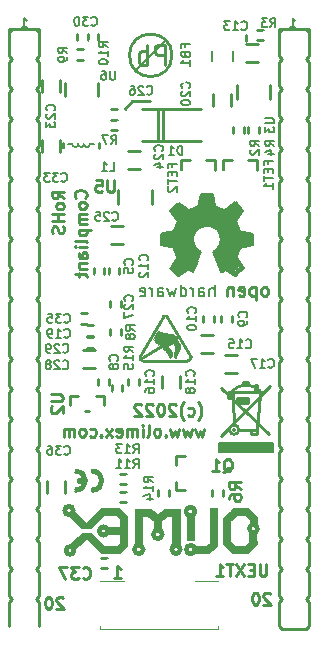
<source format=gbr>
G04 #@! TF.GenerationSoftware,KiCad,Pcbnew,5.1.0-rc2-unknown-036be7d~80~ubuntu16.04.1*
G04 #@! TF.CreationDate,2022-06-21T13:21:02+03:00*
G04 #@! TF.ProjectId,RT1010Py_Rev.C,52543130-3130-4507-995f-5265762e432e,C*
G04 #@! TF.SameCoordinates,Original*
G04 #@! TF.FileFunction,Legend,Bot*
G04 #@! TF.FilePolarity,Positive*
%FSLAX46Y46*%
G04 Gerber Fmt 4.6, Leading zero omitted, Abs format (unit mm)*
G04 Created by KiCad (PCBNEW 5.1.0-rc2-unknown-036be7d~80~ubuntu16.04.1) date 2022-06-21 13:21:02*
%MOMM*%
%LPD*%
G04 APERTURE LIST*
%ADD10C,0.254000*%
%ADD11C,0.190500*%
%ADD12C,0.300000*%
%ADD13C,0.050000*%
%ADD14C,0.200000*%
%ADD15C,0.420000*%
%ADD16C,0.370000*%
%ADD17C,0.400000*%
%ADD18C,0.380000*%
%ADD19C,0.150000*%
%ADD20C,1.000000*%
%ADD21C,0.100000*%
%ADD22C,0.127000*%
%ADD23C,0.700000*%
%ADD24C,0.500000*%
%ADD25C,0.180000*%
%ADD26C,1.879600*%
%ADD27R,1.879600X1.879600*%
%ADD28R,1.501600X1.101600*%
%ADD29R,0.651600X0.601600*%
%ADD30R,2.101600X1.801600*%
%ADD31R,1.117600X1.117600*%
%ADD32R,0.651600X1.301600*%
%ADD33R,0.351600X1.401600*%
%ADD34R,2.601600X3.301600*%
%ADD35R,0.601600X0.651600*%
%ADD36R,1.101600X1.501600*%
%ADD37R,1.371600X1.625600*%
%ADD38R,3.101600X1.701600*%
%ADD39C,1.254000*%
%ADD40O,1.301600X1.901600*%
%ADD41C,0.701600*%
G04 APERTURE END LIST*
D10*
X160540095Y-110030380D02*
X160491714Y-109982000D01*
X160394952Y-109933619D01*
X160153047Y-109933619D01*
X160056285Y-109982000D01*
X160007904Y-110030380D01*
X159959523Y-110127142D01*
X159959523Y-110223904D01*
X160007904Y-110369047D01*
X160588476Y-110949619D01*
X159959523Y-110949619D01*
X159330571Y-109933619D02*
X159233809Y-109933619D01*
X159137047Y-109982000D01*
X159088666Y-110030380D01*
X159040285Y-110127142D01*
X158991904Y-110320666D01*
X158991904Y-110562571D01*
X159040285Y-110756095D01*
X159088666Y-110852857D01*
X159137047Y-110901238D01*
X159233809Y-110949619D01*
X159330571Y-110949619D01*
X159427333Y-110901238D01*
X159475714Y-110852857D01*
X159524095Y-110756095D01*
X159572476Y-110562571D01*
X159572476Y-110320666D01*
X159524095Y-110127142D01*
X159475714Y-110030380D01*
X159427333Y-109982000D01*
X159330571Y-109933619D01*
X143014095Y-110411380D02*
X142965714Y-110363000D01*
X142868952Y-110314619D01*
X142627047Y-110314619D01*
X142530285Y-110363000D01*
X142481904Y-110411380D01*
X142433523Y-110508142D01*
X142433523Y-110604904D01*
X142481904Y-110750047D01*
X143062476Y-111330619D01*
X142433523Y-111330619D01*
X141804571Y-110314619D02*
X141707809Y-110314619D01*
X141611047Y-110363000D01*
X141562666Y-110411380D01*
X141514285Y-110508142D01*
X141465904Y-110701666D01*
X141465904Y-110943571D01*
X141514285Y-111137095D01*
X141562666Y-111233857D01*
X141611047Y-111282238D01*
X141707809Y-111330619D01*
X141804571Y-111330619D01*
X141901333Y-111282238D01*
X141949714Y-111233857D01*
X141998095Y-111137095D01*
X142046476Y-110943571D01*
X142046476Y-110701666D01*
X141998095Y-110508142D01*
X141949714Y-110411380D01*
X141901333Y-110363000D01*
X141804571Y-110314619D01*
D11*
X162215285Y-62066714D02*
X162650714Y-62066714D01*
X162433000Y-62066714D02*
X162433000Y-61304714D01*
X162505571Y-61413571D01*
X162578142Y-61486142D01*
X162650714Y-61522428D01*
X139482285Y-62066714D02*
X139917714Y-62066714D01*
X139700000Y-62066714D02*
X139700000Y-61304714D01*
X139772571Y-61413571D01*
X139845142Y-61486142D01*
X139917714Y-61522428D01*
D10*
X158496000Y-63246000D02*
X158496000Y-62738000D01*
X148844000Y-68326000D02*
X148209000Y-68961000D01*
X150368000Y-68326000D02*
X148844000Y-68326000D01*
X154970238Y-96048285D02*
X154776714Y-96725619D01*
X154583190Y-96241809D01*
X154389666Y-96725619D01*
X154196142Y-96048285D01*
X153905857Y-96048285D02*
X153712333Y-96725619D01*
X153518809Y-96241809D01*
X153325285Y-96725619D01*
X153131761Y-96048285D01*
X152841476Y-96048285D02*
X152647952Y-96725619D01*
X152454428Y-96241809D01*
X152260904Y-96725619D01*
X152067380Y-96048285D01*
X151680333Y-96628857D02*
X151631952Y-96677238D01*
X151680333Y-96725619D01*
X151728714Y-96677238D01*
X151680333Y-96628857D01*
X151680333Y-96725619D01*
X151051380Y-96725619D02*
X151148142Y-96677238D01*
X151196523Y-96628857D01*
X151244904Y-96532095D01*
X151244904Y-96241809D01*
X151196523Y-96145047D01*
X151148142Y-96096666D01*
X151051380Y-96048285D01*
X150906238Y-96048285D01*
X150809476Y-96096666D01*
X150761095Y-96145047D01*
X150712714Y-96241809D01*
X150712714Y-96532095D01*
X150761095Y-96628857D01*
X150809476Y-96677238D01*
X150906238Y-96725619D01*
X151051380Y-96725619D01*
X150132142Y-96725619D02*
X150228904Y-96677238D01*
X150277285Y-96580476D01*
X150277285Y-95709619D01*
X149745095Y-96725619D02*
X149745095Y-96048285D01*
X149745095Y-95709619D02*
X149793476Y-95758000D01*
X149745095Y-95806380D01*
X149696714Y-95758000D01*
X149745095Y-95709619D01*
X149745095Y-95806380D01*
X149261285Y-96725619D02*
X149261285Y-96048285D01*
X149261285Y-96145047D02*
X149212904Y-96096666D01*
X149116142Y-96048285D01*
X148971000Y-96048285D01*
X148874238Y-96096666D01*
X148825857Y-96193428D01*
X148825857Y-96725619D01*
X148825857Y-96193428D02*
X148777476Y-96096666D01*
X148680714Y-96048285D01*
X148535571Y-96048285D01*
X148438809Y-96096666D01*
X148390428Y-96193428D01*
X148390428Y-96725619D01*
X147519571Y-96677238D02*
X147616333Y-96725619D01*
X147809857Y-96725619D01*
X147906619Y-96677238D01*
X147955000Y-96580476D01*
X147955000Y-96193428D01*
X147906619Y-96096666D01*
X147809857Y-96048285D01*
X147616333Y-96048285D01*
X147519571Y-96096666D01*
X147471190Y-96193428D01*
X147471190Y-96290190D01*
X147955000Y-96386952D01*
X147132523Y-96725619D02*
X146600333Y-96048285D01*
X147132523Y-96048285D02*
X146600333Y-96725619D01*
X146213285Y-96628857D02*
X146164904Y-96677238D01*
X146213285Y-96725619D01*
X146261666Y-96677238D01*
X146213285Y-96628857D01*
X146213285Y-96725619D01*
X145294047Y-96677238D02*
X145390809Y-96725619D01*
X145584333Y-96725619D01*
X145681095Y-96677238D01*
X145729476Y-96628857D01*
X145777857Y-96532095D01*
X145777857Y-96241809D01*
X145729476Y-96145047D01*
X145681095Y-96096666D01*
X145584333Y-96048285D01*
X145390809Y-96048285D01*
X145294047Y-96096666D01*
X144713476Y-96725619D02*
X144810238Y-96677238D01*
X144858619Y-96628857D01*
X144907000Y-96532095D01*
X144907000Y-96241809D01*
X144858619Y-96145047D01*
X144810238Y-96096666D01*
X144713476Y-96048285D01*
X144568333Y-96048285D01*
X144471571Y-96096666D01*
X144423190Y-96145047D01*
X144374809Y-96241809D01*
X144374809Y-96532095D01*
X144423190Y-96628857D01*
X144471571Y-96677238D01*
X144568333Y-96725619D01*
X144713476Y-96725619D01*
X143939380Y-96725619D02*
X143939380Y-96048285D01*
X143939380Y-96145047D02*
X143891000Y-96096666D01*
X143794238Y-96048285D01*
X143649095Y-96048285D01*
X143552333Y-96096666D01*
X143503952Y-96193428D01*
X143503952Y-96725619D01*
X143503952Y-96193428D02*
X143455571Y-96096666D01*
X143358809Y-96048285D01*
X143213666Y-96048285D01*
X143116904Y-96096666D01*
X143068523Y-96193428D01*
X143068523Y-96725619D01*
X144888857Y-76502380D02*
X144937238Y-76454000D01*
X144985619Y-76308857D01*
X144985619Y-76212095D01*
X144937238Y-76066952D01*
X144840476Y-75970190D01*
X144743714Y-75921809D01*
X144550190Y-75873428D01*
X144405047Y-75873428D01*
X144211523Y-75921809D01*
X144114761Y-75970190D01*
X144018000Y-76066952D01*
X143969619Y-76212095D01*
X143969619Y-76308857D01*
X144018000Y-76454000D01*
X144066380Y-76502380D01*
X144985619Y-77082952D02*
X144937238Y-76986190D01*
X144888857Y-76937809D01*
X144792095Y-76889428D01*
X144501809Y-76889428D01*
X144405047Y-76937809D01*
X144356666Y-76986190D01*
X144308285Y-77082952D01*
X144308285Y-77228095D01*
X144356666Y-77324857D01*
X144405047Y-77373238D01*
X144501809Y-77421619D01*
X144792095Y-77421619D01*
X144888857Y-77373238D01*
X144937238Y-77324857D01*
X144985619Y-77228095D01*
X144985619Y-77082952D01*
X144985619Y-77857047D02*
X144308285Y-77857047D01*
X144405047Y-77857047D02*
X144356666Y-77905428D01*
X144308285Y-78002190D01*
X144308285Y-78147333D01*
X144356666Y-78244095D01*
X144453428Y-78292476D01*
X144985619Y-78292476D01*
X144453428Y-78292476D02*
X144356666Y-78340857D01*
X144308285Y-78437619D01*
X144308285Y-78582761D01*
X144356666Y-78679523D01*
X144453428Y-78727904D01*
X144985619Y-78727904D01*
X144308285Y-79211714D02*
X145324285Y-79211714D01*
X144356666Y-79211714D02*
X144308285Y-79308476D01*
X144308285Y-79502000D01*
X144356666Y-79598761D01*
X144405047Y-79647142D01*
X144501809Y-79695523D01*
X144792095Y-79695523D01*
X144888857Y-79647142D01*
X144937238Y-79598761D01*
X144985619Y-79502000D01*
X144985619Y-79308476D01*
X144937238Y-79211714D01*
X144985619Y-80276095D02*
X144937238Y-80179333D01*
X144840476Y-80130952D01*
X143969619Y-80130952D01*
X144985619Y-80663142D02*
X144308285Y-80663142D01*
X143969619Y-80663142D02*
X144018000Y-80614761D01*
X144066380Y-80663142D01*
X144018000Y-80711523D01*
X143969619Y-80663142D01*
X144066380Y-80663142D01*
X144985619Y-81582380D02*
X144453428Y-81582380D01*
X144356666Y-81534000D01*
X144308285Y-81437238D01*
X144308285Y-81243714D01*
X144356666Y-81146952D01*
X144937238Y-81582380D02*
X144985619Y-81485619D01*
X144985619Y-81243714D01*
X144937238Y-81146952D01*
X144840476Y-81098571D01*
X144743714Y-81098571D01*
X144646952Y-81146952D01*
X144598571Y-81243714D01*
X144598571Y-81485619D01*
X144550190Y-81582380D01*
X144308285Y-82066190D02*
X144985619Y-82066190D01*
X144405047Y-82066190D02*
X144356666Y-82114571D01*
X144308285Y-82211333D01*
X144308285Y-82356476D01*
X144356666Y-82453238D01*
X144453428Y-82501619D01*
X144985619Y-82501619D01*
X144308285Y-82840285D02*
X144308285Y-83227333D01*
X143969619Y-82985428D02*
X144840476Y-82985428D01*
X144937238Y-83033809D01*
X144985619Y-83130571D01*
X144985619Y-83227333D01*
X147283714Y-108663619D02*
X147864285Y-108663619D01*
X147574000Y-108663619D02*
X147574000Y-107647619D01*
X147670761Y-107792761D01*
X147767523Y-107889523D01*
X147864285Y-107937904D01*
X154407809Y-95334666D02*
X154456190Y-95286285D01*
X154552952Y-95141142D01*
X154601333Y-95044380D01*
X154649714Y-94899238D01*
X154698095Y-94657333D01*
X154698095Y-94463809D01*
X154649714Y-94221904D01*
X154601333Y-94076761D01*
X154552952Y-93980000D01*
X154456190Y-93834857D01*
X154407809Y-93786476D01*
X153585333Y-94899238D02*
X153682095Y-94947619D01*
X153875619Y-94947619D01*
X153972380Y-94899238D01*
X154020761Y-94850857D01*
X154069142Y-94754095D01*
X154069142Y-94463809D01*
X154020761Y-94367047D01*
X153972380Y-94318666D01*
X153875619Y-94270285D01*
X153682095Y-94270285D01*
X153585333Y-94318666D01*
X153246666Y-95334666D02*
X153198285Y-95286285D01*
X153101523Y-95141142D01*
X153053142Y-95044380D01*
X153004761Y-94899238D01*
X152956380Y-94657333D01*
X152956380Y-94463809D01*
X153004761Y-94221904D01*
X153053142Y-94076761D01*
X153101523Y-93980000D01*
X153198285Y-93834857D01*
X153246666Y-93786476D01*
X152520952Y-94028380D02*
X152472571Y-93980000D01*
X152375809Y-93931619D01*
X152133904Y-93931619D01*
X152037142Y-93980000D01*
X151988761Y-94028380D01*
X151940380Y-94125142D01*
X151940380Y-94221904D01*
X151988761Y-94367047D01*
X152569333Y-94947619D01*
X151940380Y-94947619D01*
X151311428Y-93931619D02*
X151214666Y-93931619D01*
X151117904Y-93980000D01*
X151069523Y-94028380D01*
X151021142Y-94125142D01*
X150972761Y-94318666D01*
X150972761Y-94560571D01*
X151021142Y-94754095D01*
X151069523Y-94850857D01*
X151117904Y-94899238D01*
X151214666Y-94947619D01*
X151311428Y-94947619D01*
X151408190Y-94899238D01*
X151456571Y-94850857D01*
X151504952Y-94754095D01*
X151553333Y-94560571D01*
X151553333Y-94318666D01*
X151504952Y-94125142D01*
X151456571Y-94028380D01*
X151408190Y-93980000D01*
X151311428Y-93931619D01*
X150585714Y-94028380D02*
X150537333Y-93980000D01*
X150440571Y-93931619D01*
X150198666Y-93931619D01*
X150101904Y-93980000D01*
X150053523Y-94028380D01*
X150005142Y-94125142D01*
X150005142Y-94221904D01*
X150053523Y-94367047D01*
X150634095Y-94947619D01*
X150005142Y-94947619D01*
X149618095Y-94028380D02*
X149569714Y-93980000D01*
X149472952Y-93931619D01*
X149231047Y-93931619D01*
X149134285Y-93980000D01*
X149085904Y-94028380D01*
X149037523Y-94125142D01*
X149037523Y-94221904D01*
X149085904Y-94367047D01*
X149666476Y-94947619D01*
X149037523Y-94947619D01*
X143080619Y-76562857D02*
X142596809Y-76224190D01*
X143080619Y-75982285D02*
X142064619Y-75982285D01*
X142064619Y-76369333D01*
X142113000Y-76466095D01*
X142161380Y-76514476D01*
X142258142Y-76562857D01*
X142403285Y-76562857D01*
X142500047Y-76514476D01*
X142548428Y-76466095D01*
X142596809Y-76369333D01*
X142596809Y-75982285D01*
X143080619Y-77143428D02*
X143032238Y-77046666D01*
X142983857Y-76998285D01*
X142887095Y-76949904D01*
X142596809Y-76949904D01*
X142500047Y-76998285D01*
X142451666Y-77046666D01*
X142403285Y-77143428D01*
X142403285Y-77288571D01*
X142451666Y-77385333D01*
X142500047Y-77433714D01*
X142596809Y-77482095D01*
X142887095Y-77482095D01*
X142983857Y-77433714D01*
X143032238Y-77385333D01*
X143080619Y-77288571D01*
X143080619Y-77143428D01*
X143080619Y-77917523D02*
X142064619Y-77917523D01*
X142548428Y-77917523D02*
X142548428Y-78498095D01*
X143080619Y-78498095D02*
X142064619Y-78498095D01*
X143032238Y-78933523D02*
X143080619Y-79078666D01*
X143080619Y-79320571D01*
X143032238Y-79417333D01*
X142983857Y-79465714D01*
X142887095Y-79514095D01*
X142790333Y-79514095D01*
X142693571Y-79465714D01*
X142645190Y-79417333D01*
X142596809Y-79320571D01*
X142548428Y-79127047D01*
X142500047Y-79030285D01*
X142451666Y-78981904D01*
X142354904Y-78933523D01*
X142258142Y-78933523D01*
X142161380Y-78981904D01*
X142113000Y-79030285D01*
X142064619Y-79127047D01*
X142064619Y-79368952D01*
X142113000Y-79514095D01*
X140970000Y-103124000D02*
X140716000Y-102870000D01*
X138684000Y-102870000D02*
X138430000Y-103124000D01*
X138430000Y-103124000D02*
X138430000Y-105156000D01*
X138430000Y-107696000D02*
X138684000Y-107950000D01*
X140970000Y-105156000D02*
X140970000Y-103124000D01*
X140716000Y-107950000D02*
X140970000Y-107696000D01*
X138430000Y-105664000D02*
X138430000Y-107696000D01*
X138684000Y-105410000D02*
X138430000Y-105664000D01*
X140970000Y-107696000D02*
X140970000Y-105664000D01*
X140716000Y-105410000D02*
X140970000Y-105156000D01*
X140970000Y-105664000D02*
X140716000Y-105410000D01*
X138430000Y-105156000D02*
X138684000Y-105410000D01*
X138430000Y-107696000D02*
X138684000Y-107950000D01*
X140716000Y-107950000D02*
X140970000Y-107696000D01*
X140970000Y-107696000D02*
X140970000Y-105664000D01*
X138430000Y-105664000D02*
X138430000Y-107696000D01*
X138684000Y-105410000D02*
X138430000Y-105664000D01*
X140970000Y-105664000D02*
X140716000Y-105410000D01*
X140970000Y-110744000D02*
X140716000Y-110490000D01*
X138684000Y-110490000D02*
X138430000Y-110744000D01*
X138430000Y-110744000D02*
X138430000Y-112776000D01*
X140970000Y-112776000D02*
X140970000Y-110744000D01*
X138430000Y-110236000D02*
X138684000Y-110490000D01*
X140970000Y-110744000D02*
X140716000Y-110490000D01*
X140716000Y-110490000D02*
X140970000Y-110236000D01*
X140970000Y-112776000D02*
X140970000Y-110744000D01*
X138684000Y-110490000D02*
X138430000Y-110744000D01*
X138430000Y-110744000D02*
X138430000Y-112776000D01*
X140970000Y-110236000D02*
X140970000Y-108204000D01*
X138430000Y-108204000D02*
X138430000Y-110236000D01*
X138684000Y-107950000D02*
X138430000Y-108204000D01*
X140970000Y-108204000D02*
X140716000Y-107950000D01*
X140970000Y-98044000D02*
X140716000Y-97790000D01*
X138684000Y-97790000D02*
X138430000Y-98044000D01*
X138430000Y-98044000D02*
X138430000Y-100076000D01*
X138430000Y-102616000D02*
X138684000Y-102870000D01*
X140970000Y-100076000D02*
X140970000Y-98044000D01*
X140716000Y-102870000D02*
X140970000Y-102616000D01*
X138430000Y-100584000D02*
X138430000Y-102616000D01*
X138684000Y-100330000D02*
X138430000Y-100584000D01*
X140970000Y-102616000D02*
X140970000Y-100584000D01*
X140716000Y-100330000D02*
X140970000Y-100076000D01*
X140970000Y-100584000D02*
X140716000Y-100330000D01*
X138430000Y-100076000D02*
X138684000Y-100330000D01*
X138430000Y-102616000D02*
X138684000Y-102870000D01*
X140716000Y-102870000D02*
X140970000Y-102616000D01*
X140970000Y-102616000D02*
X140970000Y-100584000D01*
X138430000Y-100584000D02*
X138430000Y-102616000D01*
X138684000Y-100330000D02*
X138430000Y-100584000D01*
X140970000Y-100584000D02*
X140716000Y-100330000D01*
X140970000Y-95504000D02*
X140716000Y-95250000D01*
X138684000Y-95250000D02*
X138430000Y-95504000D01*
X138430000Y-95504000D02*
X138430000Y-97536000D01*
X140970000Y-97536000D02*
X140970000Y-95504000D01*
X140716000Y-97790000D02*
X140970000Y-97536000D01*
X138430000Y-97536000D02*
X138684000Y-97790000D01*
X138430000Y-94996000D02*
X138684000Y-95250000D01*
X140970000Y-95504000D02*
X140716000Y-95250000D01*
X140716000Y-95250000D02*
X140970000Y-94996000D01*
X140970000Y-97536000D02*
X140970000Y-95504000D01*
X138684000Y-95250000D02*
X138430000Y-95504000D01*
X138430000Y-95504000D02*
X138430000Y-97536000D01*
X140716000Y-97790000D02*
X140970000Y-97536000D01*
X140970000Y-94996000D02*
X140970000Y-92964000D01*
X138430000Y-97536000D02*
X138684000Y-97790000D01*
X138430000Y-92964000D02*
X138430000Y-94996000D01*
X138684000Y-92710000D02*
X138430000Y-92964000D01*
X140970000Y-92964000D02*
X140716000Y-92710000D01*
X140970000Y-87884000D02*
X140716000Y-87630000D01*
X138684000Y-87630000D02*
X138430000Y-87884000D01*
X138430000Y-87884000D02*
X138430000Y-89916000D01*
X138430000Y-92456000D02*
X138684000Y-92710000D01*
X140970000Y-89916000D02*
X140970000Y-87884000D01*
X140716000Y-92710000D02*
X140970000Y-92456000D01*
X138430000Y-90424000D02*
X138430000Y-92456000D01*
X138684000Y-90170000D02*
X138430000Y-90424000D01*
X140970000Y-92456000D02*
X140970000Y-90424000D01*
X140716000Y-90170000D02*
X140970000Y-89916000D01*
X140970000Y-90424000D02*
X140716000Y-90170000D01*
X138430000Y-89916000D02*
X138684000Y-90170000D01*
X138430000Y-92456000D02*
X138684000Y-92710000D01*
X140716000Y-92710000D02*
X140970000Y-92456000D01*
X140970000Y-92456000D02*
X140970000Y-90424000D01*
X138430000Y-90424000D02*
X138430000Y-92456000D01*
X138684000Y-90170000D02*
X138430000Y-90424000D01*
X140970000Y-90424000D02*
X140716000Y-90170000D01*
X140970000Y-85344000D02*
X140716000Y-85090000D01*
X138684000Y-85090000D02*
X138430000Y-85344000D01*
X138430000Y-85344000D02*
X138430000Y-87376000D01*
X140970000Y-87376000D02*
X140970000Y-85344000D01*
X140716000Y-87630000D02*
X140970000Y-87376000D01*
X138430000Y-87376000D02*
X138684000Y-87630000D01*
X138430000Y-84836000D02*
X138684000Y-85090000D01*
X140970000Y-85344000D02*
X140716000Y-85090000D01*
X140716000Y-85090000D02*
X140970000Y-84836000D01*
X140970000Y-87376000D02*
X140970000Y-85344000D01*
X138684000Y-85090000D02*
X138430000Y-85344000D01*
X138430000Y-85344000D02*
X138430000Y-87376000D01*
X140716000Y-87630000D02*
X140970000Y-87376000D01*
X140970000Y-84836000D02*
X140970000Y-82804000D01*
X138430000Y-87376000D02*
X138684000Y-87630000D01*
X138430000Y-82804000D02*
X138430000Y-84836000D01*
X138684000Y-82550000D02*
X138430000Y-82804000D01*
X140970000Y-82804000D02*
X140716000Y-82550000D01*
X140970000Y-77724000D02*
X140716000Y-77470000D01*
X138684000Y-77470000D02*
X138430000Y-77724000D01*
X138430000Y-77724000D02*
X138430000Y-79756000D01*
X138430000Y-82296000D02*
X138684000Y-82550000D01*
X140970000Y-79756000D02*
X140970000Y-77724000D01*
X140716000Y-82550000D02*
X140970000Y-82296000D01*
X138430000Y-80264000D02*
X138430000Y-82296000D01*
X138684000Y-80010000D02*
X138430000Y-80264000D01*
X140970000Y-82296000D02*
X140970000Y-80264000D01*
X140716000Y-80010000D02*
X140970000Y-79756000D01*
X140970000Y-80264000D02*
X140716000Y-80010000D01*
X138430000Y-79756000D02*
X138684000Y-80010000D01*
X138430000Y-82296000D02*
X138684000Y-82550000D01*
X140716000Y-82550000D02*
X140970000Y-82296000D01*
X140970000Y-82296000D02*
X140970000Y-80264000D01*
X138430000Y-80264000D02*
X138430000Y-82296000D01*
X138684000Y-80010000D02*
X138430000Y-80264000D01*
X140970000Y-80264000D02*
X140716000Y-80010000D01*
X140970000Y-75184000D02*
X140716000Y-74930000D01*
X138684000Y-74930000D02*
X138430000Y-75184000D01*
X138430000Y-75184000D02*
X138430000Y-77216000D01*
X140970000Y-77216000D02*
X140970000Y-75184000D01*
X140716000Y-77470000D02*
X140970000Y-77216000D01*
X138430000Y-77216000D02*
X138684000Y-77470000D01*
X138430000Y-74676000D02*
X138684000Y-74930000D01*
X140970000Y-75184000D02*
X140716000Y-74930000D01*
X140716000Y-74930000D02*
X140970000Y-74676000D01*
X140970000Y-77216000D02*
X140970000Y-75184000D01*
X138684000Y-74930000D02*
X138430000Y-75184000D01*
X138430000Y-75184000D02*
X138430000Y-77216000D01*
X140716000Y-77470000D02*
X140970000Y-77216000D01*
X140970000Y-70104000D02*
X140716000Y-69850000D01*
X140970000Y-74676000D02*
X140970000Y-72644000D01*
X138430000Y-77216000D02*
X138684000Y-77470000D01*
X138430000Y-72644000D02*
X138430000Y-74676000D01*
X138684000Y-72390000D02*
X138430000Y-72644000D01*
X138430000Y-62230000D02*
X138430000Y-62484000D01*
X138430000Y-62484000D02*
X138430000Y-64516000D01*
X138430000Y-64516000D02*
X138684000Y-64770000D01*
X138684000Y-64770000D02*
X138430000Y-65024000D01*
X138430000Y-65024000D02*
X138430000Y-67056000D01*
X138430000Y-67056000D02*
X138684000Y-67310000D01*
X138684000Y-67310000D02*
X138430000Y-67564000D01*
X138430000Y-67564000D02*
X138430000Y-69596000D01*
X138430000Y-69596000D02*
X138684000Y-69850000D01*
X138684000Y-69850000D02*
X138430000Y-70104000D01*
X138430000Y-70104000D02*
X138430000Y-72136000D01*
X138430000Y-72136000D02*
X138684000Y-72390000D01*
X140716000Y-72390000D02*
X140970000Y-72136000D01*
X140970000Y-72136000D02*
X140970000Y-70104000D01*
X140970000Y-72644000D02*
X140716000Y-72390000D01*
X140716000Y-69850000D02*
X140970000Y-69596000D01*
X140970000Y-69596000D02*
X140970000Y-67564000D01*
X138684000Y-62230000D02*
X138430000Y-62484000D01*
X140970000Y-62484000D02*
X140716000Y-62230000D01*
X140970000Y-62738000D02*
X140970000Y-62230000D01*
X140970000Y-67056000D02*
X140970000Y-65024000D01*
X140970000Y-65024000D02*
X140716000Y-64770000D01*
X140716000Y-64770000D02*
X140970000Y-64516000D01*
X140970000Y-64516000D02*
X140970000Y-62738000D01*
X140970000Y-67056000D02*
X140716000Y-67310000D01*
X140716000Y-67310000D02*
X140970000Y-67564000D01*
X138430000Y-62230000D02*
X140970000Y-62230000D01*
X144080000Y-101357000D02*
G75*
G03X144080000Y-99557000I0J900000D01*
G01*
D12*
X144101940Y-101225221D02*
G75*
G03X144180000Y-99695000I-21940J768221D01*
G01*
D10*
X144080000Y-101157000D02*
G75*
G03X144080000Y-99757000I0J700000D01*
G01*
D12*
X145543500Y-101219000D02*
G75*
G03X145543500Y-99695000I-63500J762000D01*
G01*
D10*
X145480000Y-101357000D02*
G75*
G03X145480000Y-99557000I0J900000D01*
G01*
X145480000Y-101157000D02*
G75*
G03X145480000Y-99757000I0J700000D01*
G01*
X144280000Y-100457000D02*
X144780000Y-100457000D01*
X144280000Y-100357000D02*
X144280000Y-100557000D01*
X145480000Y-99557000D02*
X145480000Y-99757000D01*
X145480000Y-101157000D02*
X145480000Y-101357000D01*
X144080000Y-101157000D02*
X144080000Y-101357000D01*
X144080000Y-99557000D02*
X144080000Y-99757000D01*
X144280000Y-100557000D02*
X144780000Y-100557000D01*
X144280000Y-100357000D02*
X144780000Y-100357000D01*
X151452580Y-86598760D02*
X149524720Y-89943940D01*
X153509980Y-90309700D02*
X149745700Y-90307160D01*
X153807160Y-90027760D02*
X151828500Y-86603840D01*
X151493220Y-86547960D02*
G75*
G02X151782780Y-86547960I144780J-144780D01*
G01*
X153809700Y-90063320D02*
G75*
G02X153588720Y-90304620I-231140J-10160D01*
G01*
X149738080Y-90307160D02*
G75*
G02X149514560Y-90012520I35560J259080D01*
G01*
D13*
X151452580Y-89275920D02*
X151574500Y-89364820D01*
X151574500Y-89364820D02*
X151630380Y-89413080D01*
X151630380Y-89413080D02*
X151714200Y-89507060D01*
X151790400Y-89623900D02*
X152036780Y-90040460D01*
X151714200Y-89507060D02*
X151790400Y-89623900D01*
X152036780Y-90040460D02*
X152115520Y-90027760D01*
X152118060Y-90027760D02*
X152151080Y-90007440D01*
X152156160Y-90002360D02*
X152173940Y-89980750D01*
X152173940Y-89979500D02*
X152191720Y-89931240D01*
X152191720Y-89931240D02*
X152201980Y-89857580D01*
X152201880Y-89857580D02*
X152204420Y-89730580D01*
X152204420Y-89730580D02*
X152189180Y-89595960D01*
X152189180Y-89595960D02*
X152156160Y-89474040D01*
X152156160Y-89468960D02*
X152112980Y-89380060D01*
X152112980Y-89380060D02*
X152059640Y-89301320D01*
X152059640Y-89301320D02*
X151813260Y-89077800D01*
X151815800Y-89080340D02*
X152311100Y-88775540D01*
X152311100Y-88775540D02*
X152389840Y-88915240D01*
X152389840Y-88915240D02*
X152473660Y-89039700D01*
X152473660Y-89039700D02*
X152476200Y-89098120D01*
X152478740Y-89098120D02*
X152463500Y-89166700D01*
X152463500Y-89166700D02*
X152476200Y-89453720D01*
X152476200Y-89453720D02*
X152445720Y-89512140D01*
X152445720Y-89512140D02*
X152415240Y-89595960D01*
X152415240Y-89595960D02*
X152392380Y-89720420D01*
X152392380Y-89720420D02*
X152384760Y-89832180D01*
X152384760Y-89832180D02*
X152400000Y-89946480D01*
X152400000Y-89946480D02*
X152430480Y-90015060D01*
X152430480Y-90015060D02*
X152471120Y-90048080D01*
X152471120Y-90048080D02*
X152511760Y-90058240D01*
X152511760Y-90058240D02*
X152552400Y-90043000D01*
X152557480Y-90040460D02*
X152585420Y-90009980D01*
X152585420Y-90009980D02*
X152872440Y-89194640D01*
X152874980Y-89197180D02*
X152887680Y-89136220D01*
X152887680Y-89133680D02*
X152887680Y-89019380D01*
X152887680Y-89016840D02*
X152872440Y-88925400D01*
X152872440Y-88922000D02*
X152803860Y-88782000D01*
X152803860Y-88785700D02*
X152671780Y-88582500D01*
X152473660Y-88262460D02*
X152379680Y-88143080D01*
X152379680Y-88143080D02*
X152336500Y-88097360D01*
X152333960Y-88094820D02*
X152300940Y-88071960D01*
X152300940Y-88071960D02*
X152229820Y-88051640D01*
X152229820Y-88051640D02*
X151566880Y-87962740D01*
X151566880Y-87962740D02*
X151295100Y-87914480D01*
X151292560Y-87917020D02*
X151178260Y-87868760D01*
X151178260Y-87868760D02*
X151005540Y-87759540D01*
X151000460Y-87759540D02*
X150596600Y-88458040D01*
X150596600Y-88458040D02*
X150728680Y-88579960D01*
X150731220Y-88582500D02*
X150830280Y-88724740D01*
X150936960Y-88833960D02*
X151147780Y-89032080D01*
X150825200Y-88722200D02*
X150939500Y-88836500D01*
D10*
X152323800Y-88239600D02*
X151180800Y-88905080D01*
X152118060Y-88173560D02*
X151094440Y-88811100D01*
X151846280Y-88104980D02*
X150957280Y-88679020D01*
X151544020Y-88069420D02*
X150845520Y-88529160D01*
X151279860Y-88026240D02*
X150743920Y-88412320D01*
X151124920Y-87960200D02*
X150898860Y-88150700D01*
X152227280Y-88171020D02*
X151249380Y-88026240D01*
X151041100Y-87909400D02*
X150860760Y-88206580D01*
X150865840Y-88531700D02*
X151043640Y-88752680D01*
X152557480Y-88615520D02*
X152758140Y-88991440D01*
X152402540Y-88666320D02*
X152689560Y-89105740D01*
X152786080Y-89070180D02*
X152514300Y-89903300D01*
X152590500Y-89027000D02*
X152608280Y-89428320D01*
X152608280Y-89435940D02*
X152516840Y-89761060D01*
X152062180Y-89664540D02*
X152082500Y-89913460D01*
X151988520Y-89420700D02*
X152062180Y-89664540D01*
X151632920Y-89095580D02*
X151988520Y-89420700D01*
X151884380Y-89522300D02*
X151577040Y-89197180D01*
X152082500Y-89913460D02*
X151884380Y-89522300D01*
X152758140Y-88214200D02*
X149545040Y-90154760D01*
X152544780Y-88496140D02*
X151439880Y-89161620D01*
X152221037Y-64449960D02*
G75*
G03X152221037Y-64449960I-1802237J0D01*
G01*
D14*
X149258020Y-65613280D02*
X151691340Y-63192660D01*
D15*
X156420820Y-82598260D02*
X155869640Y-81175860D01*
D16*
X156766260Y-82412840D02*
X156448760Y-82618580D01*
D17*
X157556200Y-82961480D02*
X156776420Y-82430620D01*
D18*
X158132780Y-82423000D02*
X157568900Y-82961480D01*
D16*
X158117540Y-82423000D02*
X157584140Y-81589880D01*
X157942280Y-80662780D02*
X157584140Y-81546700D01*
X158920180Y-80421480D02*
X157970220Y-80639920D01*
D18*
X158910020Y-79644240D02*
X158915100Y-80431640D01*
D16*
X158922720Y-79631540D02*
X157904180Y-79451200D01*
X157873700Y-79415640D02*
X157525720Y-78549500D01*
X158102300Y-77647800D02*
X157546040Y-78498700D01*
D18*
X158112460Y-77624940D02*
X157612080Y-77091540D01*
D16*
X157563820Y-77066140D02*
X156735780Y-77718920D01*
X156674820Y-77708760D02*
X155829000Y-77302360D01*
X155569920Y-76268580D02*
X155775660Y-77282040D01*
X155577540Y-76255880D02*
X154792680Y-76255880D01*
X154810460Y-76276200D02*
X154597100Y-77294740D01*
X154597100Y-77294740D02*
X153695400Y-77744320D01*
X153682700Y-77739240D02*
X152778460Y-77104800D01*
X152778460Y-77106780D02*
X152224740Y-77652880D01*
X152224740Y-77655420D02*
X152841960Y-78445360D01*
X152841960Y-78445360D02*
X152501600Y-79382620D01*
X152501600Y-79382620D02*
X151419560Y-79611220D01*
X151419560Y-79611220D02*
X151419560Y-80446880D01*
X151419560Y-80446880D02*
X152433020Y-80617060D01*
X152433020Y-80617060D02*
X152839420Y-81528920D01*
X152788620Y-82976720D02*
X153624280Y-82410300D01*
X153624280Y-82410300D02*
X153962100Y-82595720D01*
X153962100Y-82595720D02*
X154536140Y-81155540D01*
X154525980Y-81153000D02*
G75*
G02X154155140Y-79288640I746760J1117600D01*
G01*
X154144980Y-79303880D02*
G75*
G02X156070300Y-79105760I1061720J-863600D01*
G01*
X156095700Y-79131160D02*
G75*
G02X156019500Y-80985360I-965200J-889000D01*
G01*
X152839420Y-81528920D02*
X152219660Y-82415380D01*
X152773380Y-82969100D02*
X152219660Y-82423000D01*
D19*
X156339540Y-82778600D02*
X155689300Y-81109820D01*
X156723080Y-82575400D02*
X156377640Y-82796380D01*
X156735780Y-82565240D02*
X157561280Y-83129120D01*
X157568900Y-83136740D02*
X158290260Y-82443320D01*
X158297880Y-82440780D02*
X157700980Y-81577180D01*
X159059880Y-80533240D02*
X157988000Y-80728820D01*
X159059880Y-79540100D02*
X159059880Y-80525620D01*
X159062420Y-79537560D02*
X157891480Y-79334360D01*
X157993080Y-79339440D02*
X157657800Y-78506320D01*
X158254700Y-77655420D02*
X157660340Y-78508860D01*
X158275020Y-77619860D02*
X157601920Y-76906120D01*
X157589220Y-76903580D02*
X156618940Y-77619860D01*
X156654500Y-77551280D02*
X155750260Y-77172820D01*
X155666440Y-76156820D02*
X155867100Y-77182980D01*
X155656280Y-76149200D02*
X154691080Y-76149200D01*
X154691080Y-76149200D02*
X154465020Y-77320140D01*
X154475180Y-77238860D02*
X153670000Y-77576680D01*
X153789380Y-77624940D02*
X152778460Y-76951840D01*
X152773380Y-76949300D02*
X152079960Y-77640180D01*
X152074880Y-77647800D02*
X152778460Y-78638400D01*
X152689560Y-78529180D02*
X152323800Y-79397860D01*
X151386540Y-80299560D02*
X152493980Y-80523080D01*
X151302720Y-79557880D02*
X151305260Y-80515460D01*
X152440640Y-80746600D02*
X151317960Y-80535780D01*
X152336500Y-80713580D02*
X152717500Y-81694020D01*
X152369520Y-82349340D02*
X152854660Y-82880200D01*
X152765760Y-83124040D02*
X152082500Y-82433160D01*
X153652220Y-82509360D02*
X152775920Y-83129120D01*
X152788620Y-82814160D02*
X153609040Y-82285840D01*
X153471880Y-82481420D02*
X154000200Y-82809080D01*
X154000200Y-82809080D02*
X154386280Y-81828640D01*
X154391360Y-81130140D02*
X153863040Y-82511900D01*
X158767780Y-79728060D02*
X158767780Y-80378300D01*
X158910020Y-79783940D02*
X157794960Y-79537560D01*
X157380940Y-78516480D02*
X157767020Y-79514700D01*
X157375860Y-78521560D02*
X157977840Y-77612240D01*
X157619700Y-77167740D02*
X156735780Y-77889100D01*
X154348180Y-81188560D02*
X154170380Y-81066640D01*
X154170380Y-81066640D02*
X153794460Y-80355440D01*
X153794460Y-80355440D02*
X153794460Y-79837280D01*
X153789380Y-79849980D02*
X154023060Y-79176880D01*
X154023060Y-79176880D02*
X154533600Y-78747620D01*
X154533600Y-78747620D02*
X155348940Y-78587600D01*
X155348940Y-78579980D02*
X156220160Y-79009240D01*
X156220160Y-79009240D02*
X156639260Y-79740760D01*
X156644340Y-79745840D02*
X156512260Y-80568800D01*
X156507180Y-80599280D02*
X156413200Y-80769460D01*
X156507180Y-80599280D02*
X156413200Y-80769460D01*
X156283660Y-80820260D02*
X156024580Y-81158080D01*
X155915360Y-80934560D02*
X155689300Y-81109820D01*
X154414220Y-80937100D02*
X154668220Y-81102200D01*
X154551380Y-81391760D02*
X154673300Y-81107280D01*
X156730700Y-77886560D02*
X155747720Y-77393800D01*
X156400500Y-80799940D02*
X156093160Y-81066640D01*
D20*
X157416500Y-82229960D02*
X156563060Y-81208880D01*
X158452820Y-80025240D02*
X157035500Y-79964280D01*
X157467300Y-77739240D02*
X156405580Y-78846680D01*
X155206700Y-76763880D02*
X155201620Y-78277720D01*
X152941020Y-77820520D02*
X154053540Y-78887320D01*
X151950420Y-80004920D02*
X153418540Y-80091280D01*
X156740860Y-82057240D02*
X156375100Y-81295240D01*
X157406340Y-81158080D02*
X156842460Y-80678020D01*
X157655260Y-80512920D02*
X156949140Y-80385920D01*
X157330140Y-79268320D02*
X156888180Y-79428340D01*
X157154880Y-78788260D02*
X156697680Y-79077820D01*
X156156660Y-78011020D02*
X155981400Y-78369160D01*
X155722320Y-77751940D02*
X155554680Y-78361540D01*
X154457400Y-77767180D02*
X154678380Y-78452980D01*
X153870660Y-78018640D02*
X154289760Y-78605380D01*
X153001980Y-78887320D02*
X153657300Y-79253080D01*
X152760680Y-79580740D02*
X153482040Y-79728060D01*
X153596340Y-80738980D02*
X152986740Y-80845660D01*
X153916380Y-81158080D02*
X153299160Y-81485740D01*
X154030680Y-81295240D02*
X152849580Y-82308700D01*
X154030680Y-81203800D02*
X153697940Y-81935320D01*
D10*
X152527000Y-99110800D02*
X152527000Y-98399600D01*
X153365200Y-98399600D02*
X152527000Y-98399600D01*
X153365200Y-101244400D02*
X152527000Y-101244400D01*
X152527000Y-101244400D02*
X152527000Y-100533200D01*
X146875500Y-82677000D02*
X146875500Y-82423000D01*
X146875500Y-82677000D02*
X146875500Y-82931000D01*
X147764500Y-82677000D02*
X147764500Y-82931000D01*
X147764500Y-82677000D02*
X147764500Y-82423000D01*
X151456000Y-71708000D02*
X151456000Y-69008000D01*
X154646000Y-71708000D02*
X149646000Y-71708000D01*
X151016000Y-71708000D02*
X151016000Y-69008000D01*
X149646000Y-69008000D02*
X154646000Y-69008000D01*
X148082000Y-80391000D02*
X147066000Y-80391000D01*
X148082000Y-78867000D02*
X147066000Y-78867000D01*
X148463000Y-72517000D02*
X149479000Y-72517000D01*
X148463000Y-74041000D02*
X149479000Y-74041000D01*
X156718000Y-89789000D02*
X157734000Y-89789000D01*
X156718000Y-91313000D02*
X157734000Y-91313000D01*
X163830000Y-103124000D02*
X163576000Y-102870000D01*
X161544000Y-102870000D02*
X161290000Y-103124000D01*
X161290000Y-103124000D02*
X161290000Y-105156000D01*
X161290000Y-107696000D02*
X161544000Y-107950000D01*
X163830000Y-105156000D02*
X163830000Y-103124000D01*
X163576000Y-107950000D02*
X163830000Y-107696000D01*
X161290000Y-105664000D02*
X161290000Y-107696000D01*
X161544000Y-105410000D02*
X161290000Y-105664000D01*
X163830000Y-107696000D02*
X163830000Y-105664000D01*
X163576000Y-105410000D02*
X163830000Y-105156000D01*
X163830000Y-105664000D02*
X163576000Y-105410000D01*
X161290000Y-105156000D02*
X161544000Y-105410000D01*
X161290000Y-107696000D02*
X161544000Y-107950000D01*
X163576000Y-107950000D02*
X163830000Y-107696000D01*
X163830000Y-107696000D02*
X163830000Y-105664000D01*
X161290000Y-105664000D02*
X161290000Y-107696000D01*
X161544000Y-105410000D02*
X161290000Y-105664000D01*
X163830000Y-105664000D02*
X163576000Y-105410000D01*
X163830000Y-110744000D02*
X163576000Y-110490000D01*
X161544000Y-110490000D02*
X161290000Y-110744000D01*
X161290000Y-110744000D02*
X161290000Y-112776000D01*
X163830000Y-112776000D02*
X163830000Y-110744000D01*
X163576000Y-113030000D02*
X163830000Y-112776000D01*
X161290000Y-112776000D02*
X161544000Y-113030000D01*
X161290000Y-110236000D02*
X161544000Y-110490000D01*
X163830000Y-110744000D02*
X163576000Y-110490000D01*
X163576000Y-110490000D02*
X163830000Y-110236000D01*
X163830000Y-112776000D02*
X163830000Y-110744000D01*
X161544000Y-110490000D02*
X161290000Y-110744000D01*
X161290000Y-110744000D02*
X161290000Y-112776000D01*
X161544000Y-113030000D02*
X163576000Y-113030000D01*
X163576000Y-113030000D02*
X163830000Y-112776000D01*
X163830000Y-110236000D02*
X163830000Y-108204000D01*
X161290000Y-112776000D02*
X161544000Y-113030000D01*
X161290000Y-108204000D02*
X161290000Y-110236000D01*
X161544000Y-107950000D02*
X161290000Y-108204000D01*
X163830000Y-108204000D02*
X163576000Y-107950000D01*
X163830000Y-98044000D02*
X163576000Y-97790000D01*
X161544000Y-97790000D02*
X161290000Y-98044000D01*
X161290000Y-98044000D02*
X161290000Y-100076000D01*
X161290000Y-102616000D02*
X161544000Y-102870000D01*
X163830000Y-100076000D02*
X163830000Y-98044000D01*
X163576000Y-102870000D02*
X163830000Y-102616000D01*
X161290000Y-100584000D02*
X161290000Y-102616000D01*
X161544000Y-100330000D02*
X161290000Y-100584000D01*
X163830000Y-102616000D02*
X163830000Y-100584000D01*
X163576000Y-100330000D02*
X163830000Y-100076000D01*
X163830000Y-100584000D02*
X163576000Y-100330000D01*
X161290000Y-100076000D02*
X161544000Y-100330000D01*
X161290000Y-102616000D02*
X161544000Y-102870000D01*
X163576000Y-102870000D02*
X163830000Y-102616000D01*
X163830000Y-102616000D02*
X163830000Y-100584000D01*
X161290000Y-100584000D02*
X161290000Y-102616000D01*
X161544000Y-100330000D02*
X161290000Y-100584000D01*
X163830000Y-100584000D02*
X163576000Y-100330000D01*
X163830000Y-95504000D02*
X163576000Y-95250000D01*
X161544000Y-95250000D02*
X161290000Y-95504000D01*
X161290000Y-95504000D02*
X161290000Y-97536000D01*
X163830000Y-97536000D02*
X163830000Y-95504000D01*
X163576000Y-97790000D02*
X163830000Y-97536000D01*
X161290000Y-97536000D02*
X161544000Y-97790000D01*
X161290000Y-94996000D02*
X161544000Y-95250000D01*
X163830000Y-95504000D02*
X163576000Y-95250000D01*
X163576000Y-95250000D02*
X163830000Y-94996000D01*
X163830000Y-97536000D02*
X163830000Y-95504000D01*
X161544000Y-95250000D02*
X161290000Y-95504000D01*
X161290000Y-95504000D02*
X161290000Y-97536000D01*
X163576000Y-97790000D02*
X163830000Y-97536000D01*
X163830000Y-94996000D02*
X163830000Y-92964000D01*
X161290000Y-97536000D02*
X161544000Y-97790000D01*
X161290000Y-92964000D02*
X161290000Y-94996000D01*
X161544000Y-92710000D02*
X161290000Y-92964000D01*
X163830000Y-92964000D02*
X163576000Y-92710000D01*
X163830000Y-87884000D02*
X163576000Y-87630000D01*
X161544000Y-87630000D02*
X161290000Y-87884000D01*
X161290000Y-87884000D02*
X161290000Y-89916000D01*
X161290000Y-92456000D02*
X161544000Y-92710000D01*
X163830000Y-89916000D02*
X163830000Y-87884000D01*
X163576000Y-92710000D02*
X163830000Y-92456000D01*
X161290000Y-90424000D02*
X161290000Y-92456000D01*
X161544000Y-90170000D02*
X161290000Y-90424000D01*
X163830000Y-92456000D02*
X163830000Y-90424000D01*
X163576000Y-90170000D02*
X163830000Y-89916000D01*
X163830000Y-90424000D02*
X163576000Y-90170000D01*
X161290000Y-89916000D02*
X161544000Y-90170000D01*
X161290000Y-92456000D02*
X161544000Y-92710000D01*
X163576000Y-92710000D02*
X163830000Y-92456000D01*
X163830000Y-92456000D02*
X163830000Y-90424000D01*
X161290000Y-90424000D02*
X161290000Y-92456000D01*
X161544000Y-90170000D02*
X161290000Y-90424000D01*
X163830000Y-90424000D02*
X163576000Y-90170000D01*
X163830000Y-85344000D02*
X163576000Y-85090000D01*
X161544000Y-85090000D02*
X161290000Y-85344000D01*
X161290000Y-85344000D02*
X161290000Y-87376000D01*
X163830000Y-87376000D02*
X163830000Y-85344000D01*
X163576000Y-87630000D02*
X163830000Y-87376000D01*
X161290000Y-87376000D02*
X161544000Y-87630000D01*
X161290000Y-84836000D02*
X161544000Y-85090000D01*
X163830000Y-85344000D02*
X163576000Y-85090000D01*
X163576000Y-85090000D02*
X163830000Y-84836000D01*
X163830000Y-87376000D02*
X163830000Y-85344000D01*
X161544000Y-85090000D02*
X161290000Y-85344000D01*
X161290000Y-85344000D02*
X161290000Y-87376000D01*
X163576000Y-87630000D02*
X163830000Y-87376000D01*
X163830000Y-84836000D02*
X163830000Y-82804000D01*
X161290000Y-87376000D02*
X161544000Y-87630000D01*
X161290000Y-82804000D02*
X161290000Y-84836000D01*
X161544000Y-82550000D02*
X161290000Y-82804000D01*
X163830000Y-82804000D02*
X163576000Y-82550000D01*
X163830000Y-77724000D02*
X163576000Y-77470000D01*
X161544000Y-77470000D02*
X161290000Y-77724000D01*
X161290000Y-77724000D02*
X161290000Y-79756000D01*
X161290000Y-82296000D02*
X161544000Y-82550000D01*
X163830000Y-79756000D02*
X163830000Y-77724000D01*
X163576000Y-82550000D02*
X163830000Y-82296000D01*
X161290000Y-80264000D02*
X161290000Y-82296000D01*
X161544000Y-80010000D02*
X161290000Y-80264000D01*
X163830000Y-82296000D02*
X163830000Y-80264000D01*
X163576000Y-80010000D02*
X163830000Y-79756000D01*
X163830000Y-80264000D02*
X163576000Y-80010000D01*
X161290000Y-79756000D02*
X161544000Y-80010000D01*
X161290000Y-82296000D02*
X161544000Y-82550000D01*
X163576000Y-82550000D02*
X163830000Y-82296000D01*
X163830000Y-82296000D02*
X163830000Y-80264000D01*
X161290000Y-80264000D02*
X161290000Y-82296000D01*
X161544000Y-80010000D02*
X161290000Y-80264000D01*
X163830000Y-80264000D02*
X163576000Y-80010000D01*
X163830000Y-75184000D02*
X163576000Y-74930000D01*
X161544000Y-74930000D02*
X161290000Y-75184000D01*
X161290000Y-75184000D02*
X161290000Y-77216000D01*
X163830000Y-77216000D02*
X163830000Y-75184000D01*
X163576000Y-77470000D02*
X163830000Y-77216000D01*
X161290000Y-77216000D02*
X161544000Y-77470000D01*
X161290000Y-74676000D02*
X161544000Y-74930000D01*
X163830000Y-75184000D02*
X163576000Y-74930000D01*
X163576000Y-74930000D02*
X163830000Y-74676000D01*
X163830000Y-77216000D02*
X163830000Y-75184000D01*
X161544000Y-74930000D02*
X161290000Y-75184000D01*
X161290000Y-75184000D02*
X161290000Y-77216000D01*
X163576000Y-77470000D02*
X163830000Y-77216000D01*
X163830000Y-70104000D02*
X163576000Y-69850000D01*
X163830000Y-74676000D02*
X163830000Y-72644000D01*
X161290000Y-77216000D02*
X161544000Y-77470000D01*
X161290000Y-72644000D02*
X161290000Y-74676000D01*
X161544000Y-72390000D02*
X161290000Y-72644000D01*
X161290000Y-62230000D02*
X161290000Y-62484000D01*
X161290000Y-62484000D02*
X161290000Y-64516000D01*
X161290000Y-64516000D02*
X161544000Y-64770000D01*
X161544000Y-64770000D02*
X161290000Y-65024000D01*
X161290000Y-65024000D02*
X161290000Y-67056000D01*
X161290000Y-67056000D02*
X161544000Y-67310000D01*
X161544000Y-67310000D02*
X161290000Y-67564000D01*
X161290000Y-67564000D02*
X161290000Y-69596000D01*
X161290000Y-69596000D02*
X161544000Y-69850000D01*
X161544000Y-69850000D02*
X161290000Y-70104000D01*
X161290000Y-70104000D02*
X161290000Y-72136000D01*
X161290000Y-72136000D02*
X161544000Y-72390000D01*
X163576000Y-72390000D02*
X163830000Y-72136000D01*
X163830000Y-72136000D02*
X163830000Y-70104000D01*
X163830000Y-72644000D02*
X163576000Y-72390000D01*
X163576000Y-69850000D02*
X163830000Y-69596000D01*
X163830000Y-69596000D02*
X163830000Y-67564000D01*
X161544000Y-62230000D02*
X161290000Y-62484000D01*
X163830000Y-62484000D02*
X163576000Y-62230000D01*
X163830000Y-62738000D02*
X163830000Y-62230000D01*
X163830000Y-67056000D02*
X163830000Y-65024000D01*
X163830000Y-65024000D02*
X163576000Y-64770000D01*
X163576000Y-64770000D02*
X163830000Y-64516000D01*
X163830000Y-64516000D02*
X163830000Y-62738000D01*
X163830000Y-67056000D02*
X163576000Y-67310000D01*
X163576000Y-67310000D02*
X163830000Y-67564000D01*
X161290000Y-62230000D02*
X163830000Y-62230000D01*
X141605000Y-101473000D02*
X141605000Y-100457000D01*
X143129000Y-101473000D02*
X143129000Y-100457000D01*
X141224000Y-72644000D02*
X141224000Y-71628000D01*
X142748000Y-72644000D02*
X142748000Y-71628000D01*
X145669000Y-90932000D02*
X144653000Y-90932000D01*
X145669000Y-89408000D02*
X144653000Y-89408000D01*
X142748000Y-66548000D02*
X142748000Y-67564000D01*
X141224000Y-66548000D02*
X141224000Y-67564000D01*
X155702000Y-68707000D02*
X155702000Y-67691000D01*
X157226000Y-68707000D02*
X157226000Y-67691000D01*
X152908000Y-91567000D02*
X152908000Y-92583000D01*
X151384000Y-91567000D02*
X151384000Y-92583000D01*
X154686000Y-88138000D02*
X155702000Y-88138000D01*
X154686000Y-89662000D02*
X155702000Y-89662000D01*
X158496000Y-63500000D02*
X159512000Y-63500000D01*
X158496000Y-65024000D02*
X159512000Y-65024000D01*
X147688300Y-77012800D02*
X147688300Y-75882500D01*
X150495000Y-77012800D02*
X150495000Y-75882500D01*
X145935700Y-66751200D02*
X145935700Y-67881500D01*
X143129000Y-66751200D02*
X143129000Y-67881500D01*
X157721300Y-68122800D02*
X157721300Y-66992500D01*
X160528000Y-68122800D02*
X160528000Y-66992500D01*
D21*
X146130000Y-112990000D02*
X146130000Y-112740000D01*
X156130000Y-112990000D02*
X146130000Y-112990000D01*
X156130000Y-112740000D02*
X156130000Y-112990000D01*
X154130000Y-108990000D02*
X156130000Y-108990000D01*
X146130000Y-108990000D02*
X148130000Y-108990000D01*
D10*
X146431000Y-106997500D02*
X146685000Y-106997500D01*
X146431000Y-106997500D02*
X146177000Y-106997500D01*
X146431000Y-107886500D02*
X146177000Y-107886500D01*
X146431000Y-107886500D02*
X146685000Y-107886500D01*
X144780000Y-86296500D02*
X145034000Y-86296500D01*
X144780000Y-86296500D02*
X144526000Y-86296500D01*
X144780000Y-87185500D02*
X144526000Y-87185500D01*
X144780000Y-87185500D02*
X145034000Y-87185500D01*
X144208500Y-62865000D02*
X144208500Y-62611000D01*
X144208500Y-62865000D02*
X144208500Y-63119000D01*
X145097500Y-62865000D02*
X145097500Y-63119000D01*
X145097500Y-62865000D02*
X145097500Y-62611000D01*
X145288000Y-88328500D02*
X145542000Y-88328500D01*
X145288000Y-88328500D02*
X145034000Y-88328500D01*
X145288000Y-89217500D02*
X145034000Y-89217500D01*
X145288000Y-89217500D02*
X145542000Y-89217500D01*
X147891500Y-85471000D02*
X147891500Y-85725000D01*
X147891500Y-85471000D02*
X147891500Y-85217000D01*
X147002500Y-85471000D02*
X147002500Y-85217000D01*
X147002500Y-85471000D02*
X147002500Y-85725000D01*
X147320000Y-69913500D02*
X147066000Y-69913500D01*
X147320000Y-69913500D02*
X147574000Y-69913500D01*
X147320000Y-69024500D02*
X147574000Y-69024500D01*
X147320000Y-69024500D02*
X147066000Y-69024500D01*
X145288000Y-87312500D02*
X145542000Y-87312500D01*
X145288000Y-87312500D02*
X145034000Y-87312500D01*
X145288000Y-88201500D02*
X145034000Y-88201500D01*
X145288000Y-88201500D02*
X145542000Y-88201500D01*
X148526500Y-92075000D02*
X148526500Y-91821000D01*
X148526500Y-92075000D02*
X148526500Y-92329000D01*
X149415500Y-92075000D02*
X149415500Y-92329000D01*
X149415500Y-92075000D02*
X149415500Y-91821000D01*
X154876500Y-86741000D02*
X154876500Y-86487000D01*
X154876500Y-86741000D02*
X154876500Y-86995000D01*
X155765500Y-86741000D02*
X155765500Y-86995000D01*
X155765500Y-86741000D02*
X155765500Y-86487000D01*
X156400500Y-86741000D02*
X156400500Y-86487000D01*
X156400500Y-86741000D02*
X156400500Y-86995000D01*
X157289500Y-86741000D02*
X157289500Y-86995000D01*
X157289500Y-86741000D02*
X157289500Y-86487000D01*
X146494500Y-82677000D02*
X146494500Y-82931000D01*
X146494500Y-82677000D02*
X146494500Y-82423000D01*
X145605500Y-82677000D02*
X145605500Y-82423000D01*
X145605500Y-82677000D02*
X145605500Y-82931000D01*
X146875500Y-92075000D02*
X146875500Y-92329000D01*
X146875500Y-92075000D02*
X146875500Y-91821000D01*
X145986500Y-92075000D02*
X145986500Y-91821000D01*
X145986500Y-92075000D02*
X145986500Y-92329000D01*
X151955500Y-101473000D02*
X151955500Y-101727000D01*
X151955500Y-101473000D02*
X151955500Y-101219000D01*
X151066500Y-101473000D02*
X151066500Y-101219000D01*
X151066500Y-101473000D02*
X151066500Y-101727000D01*
X148082000Y-99885500D02*
X148336000Y-99885500D01*
X148082000Y-99885500D02*
X147828000Y-99885500D01*
X148082000Y-100774500D02*
X147828000Y-100774500D01*
X148082000Y-100774500D02*
X148336000Y-100774500D01*
X148082000Y-101409500D02*
X148336000Y-101409500D01*
X148082000Y-101409500D02*
X147828000Y-101409500D01*
X148082000Y-102298500D02*
X147828000Y-102298500D01*
X148082000Y-102298500D02*
X148336000Y-102298500D01*
X145986500Y-62865000D02*
X145986500Y-63119000D01*
X145986500Y-62865000D02*
X145986500Y-62611000D01*
X145097500Y-62865000D02*
X145097500Y-62611000D01*
X145097500Y-62865000D02*
X145097500Y-63119000D01*
X144399000Y-64833500D02*
X144145000Y-64833500D01*
X144399000Y-64833500D02*
X144653000Y-64833500D01*
X144399000Y-63944500D02*
X144653000Y-63944500D01*
X144399000Y-63944500D02*
X144145000Y-63944500D01*
X147002500Y-87884000D02*
X147002500Y-87630000D01*
X147002500Y-87884000D02*
X147002500Y-88138000D01*
X147891500Y-87884000D02*
X147891500Y-88138000D01*
X147891500Y-87884000D02*
X147891500Y-87630000D01*
X147320000Y-69913500D02*
X147574000Y-69913500D01*
X147320000Y-69913500D02*
X147066000Y-69913500D01*
X147320000Y-70802500D02*
X147066000Y-70802500D01*
X147320000Y-70802500D02*
X147574000Y-70802500D01*
X156527500Y-101473000D02*
X156527500Y-101727000D01*
X156527500Y-101473000D02*
X156527500Y-101219000D01*
X155638500Y-101473000D02*
X155638500Y-101219000D01*
X155638500Y-101473000D02*
X155638500Y-101727000D01*
X159575500Y-70739000D02*
X159575500Y-70993000D01*
X159575500Y-70739000D02*
X159575500Y-70485000D01*
X158686500Y-70739000D02*
X158686500Y-70485000D01*
X158686500Y-70739000D02*
X158686500Y-70993000D01*
X159639000Y-62293500D02*
X159893000Y-62293500D01*
X159639000Y-62293500D02*
X159385000Y-62293500D01*
X159639000Y-63182500D02*
X159385000Y-63182500D01*
X159639000Y-63182500D02*
X159893000Y-63182500D01*
X157416500Y-70739000D02*
X157416500Y-70485000D01*
X157416500Y-70739000D02*
X157416500Y-70993000D01*
X158305500Y-70739000D02*
X158305500Y-70993000D01*
X158305500Y-70739000D02*
X158305500Y-70485000D01*
X147129500Y-92583000D02*
X147129500Y-92329000D01*
X147129500Y-92583000D02*
X147129500Y-92837000D01*
X148018500Y-92583000D02*
X148018500Y-92837000D01*
X148018500Y-92583000D02*
X148018500Y-92329000D01*
X155143200Y-73279000D02*
X155854400Y-73279000D01*
X155854400Y-74117200D02*
X155854400Y-73279000D01*
X153009600Y-74117200D02*
X153009600Y-73279000D01*
X153009600Y-73279000D02*
X153720800Y-73279000D01*
X158699200Y-73279000D02*
X159410400Y-73279000D01*
X159410400Y-74117200D02*
X159410400Y-73279000D01*
X156565600Y-74117200D02*
X156565600Y-73279000D01*
X156565600Y-73279000D02*
X157276800Y-73279000D01*
D22*
X157607000Y-96139000D02*
G75*
G03X157607000Y-96139000I-127000J0D01*
G01*
D10*
X158623000Y-92075000D02*
X158623000Y-92202000D01*
X158623000Y-92202000D02*
X158242000Y-92202000D01*
X158242000Y-92202000D02*
X158242000Y-92075000D01*
X158242000Y-92075000D02*
X158623000Y-92075000D01*
X158496000Y-93599000D02*
X157861000Y-93599000D01*
X158623000Y-93472000D02*
X157734000Y-93472000D01*
X157734000Y-93472000D02*
X157734000Y-93853000D01*
X157734000Y-93853000D02*
X158623000Y-93853000D01*
X158623000Y-93853000D02*
X158623000Y-93472000D01*
X157226000Y-93472000D02*
X157226000Y-93091000D01*
X157226000Y-93091000D02*
X157099000Y-93091000D01*
X157099000Y-93091000D02*
X157099000Y-93472000D01*
X157226000Y-93091000D02*
X157226000Y-93218000D01*
X157226000Y-92964000D02*
X157099000Y-93345000D01*
X157226000Y-93091000D02*
X157226000Y-93218000D01*
X157353000Y-92964000D02*
X157353000Y-93472000D01*
X157353000Y-93472000D02*
X156972000Y-93472000D01*
X156972000Y-93472000D02*
X156972000Y-92964000D01*
X159385000Y-92837000D02*
X159385000Y-92329000D01*
X159385000Y-92329000D02*
X159258000Y-92329000D01*
X159258000Y-92329000D02*
X159258000Y-92837000D01*
X157881609Y-96139000D02*
G75*
G03X157881609Y-96139000I-401609J0D01*
G01*
X157480000Y-95631000D02*
X157353000Y-93599000D01*
X159385000Y-96139000D02*
X159385000Y-96520000D01*
X159385000Y-96520000D02*
X158877000Y-96520000D01*
X158877000Y-96520000D02*
X158877000Y-96266000D01*
X159893000Y-92964000D02*
X156972000Y-92964000D01*
X159385000Y-96139000D02*
X159639000Y-93091000D01*
X159385000Y-96139000D02*
X157988000Y-96139000D01*
X160401000Y-96520000D02*
X156337000Y-92583000D01*
X160528000Y-92456000D02*
X156337000Y-96647000D01*
D19*
X160683200Y-97892400D02*
X156263600Y-97892400D01*
X156263600Y-97790800D02*
X160632400Y-97790800D01*
X160683200Y-97587600D02*
X156212800Y-97587600D01*
X160683200Y-97435200D02*
X156263600Y-97435200D01*
X156212800Y-97689200D02*
X160632400Y-97689200D01*
X156212800Y-97536800D02*
X160632400Y-97536800D01*
X160683200Y-97384400D02*
X156212800Y-97384400D01*
X156212800Y-97282800D02*
X160632400Y-97282800D01*
X156162000Y-97994000D02*
X160734000Y-97994000D01*
X160734000Y-97994000D02*
X160734000Y-97232000D01*
X160734000Y-97232000D02*
X156162000Y-97232000D01*
X156162000Y-97232000D02*
X156162000Y-97994000D01*
D10*
X157353000Y-92837000D02*
G75*
G02X159639000Y-92837000I1143000J-1143000D01*
G01*
D21*
X147713700Y-102819200D02*
X146342100Y-102819200D01*
X146342100Y-102819200D02*
X146291300Y-102819200D01*
X146291300Y-102819200D02*
X145034000Y-104063800D01*
X149237700Y-102933500D02*
X149136100Y-102933500D01*
X149085300Y-102870000D02*
X149085300Y-102857300D01*
X149085300Y-102857300D02*
X150380700Y-102857300D01*
X150380700Y-102857300D02*
X150406100Y-102857300D01*
X150406100Y-102857300D02*
X151028400Y-103352600D01*
X149085300Y-105879900D02*
X149085300Y-102870000D01*
X152742900Y-102920800D02*
X152819100Y-102920800D01*
X152895300Y-102857300D02*
X151650700Y-102857300D01*
X151650700Y-102857300D02*
X151066500Y-103339900D01*
X152895300Y-105854500D02*
X152895300Y-102870000D01*
X153631900Y-105448100D02*
X153543000Y-105448100D01*
X153974800Y-105448100D02*
X154038300Y-105448100D01*
X154114500Y-105511600D02*
X153504900Y-105511600D01*
X153504900Y-105511600D02*
X153479500Y-105511600D01*
X153479500Y-105511600D02*
X153479500Y-103492300D01*
X154114500Y-103492300D02*
X154114500Y-105511600D01*
X155613100Y-102882700D02*
X155498800Y-102882700D01*
X155740100Y-102806500D02*
X155435300Y-102806500D01*
X155435300Y-102806500D02*
X155435300Y-105841800D01*
X155917900Y-102895400D02*
X155981400Y-102882700D01*
X156032200Y-102806500D02*
X156044900Y-102806500D01*
X156044900Y-102806500D02*
X156057600Y-102806500D01*
X156057600Y-102806500D02*
X156057600Y-105956100D01*
X155752800Y-102806500D02*
X156032200Y-102806500D01*
D23*
X155752800Y-105879900D02*
X155752800Y-103149400D01*
X149415500Y-103162100D02*
X149415500Y-105765600D01*
X157530800Y-103149400D02*
X158534100Y-103149400D01*
X156908500Y-103759000D02*
X156908500Y-105689400D01*
X159131000Y-103797100D02*
X159131000Y-104038400D01*
X159131000Y-105765600D02*
X158546800Y-106337100D01*
X159118300Y-105778300D02*
X159118300Y-105016300D01*
X158559500Y-106337100D02*
X157518100Y-106337100D01*
D17*
X146790659Y-104724200D02*
G75*
G03X146790659Y-104724200I-359659J0D01*
G01*
D23*
X146939000Y-104724200D02*
X148158200Y-104724200D01*
D17*
X143856735Y-102984300D02*
G75*
G03X143856735Y-102984300I-359435J0D01*
G01*
D23*
X143865600Y-103339900D02*
X144729200Y-104233600D01*
D24*
X145288000Y-104330500D02*
X144729200Y-104330500D01*
D23*
X146405600Y-103149400D02*
X145313400Y-104216200D01*
X147627500Y-103149400D02*
X146405600Y-103149400D01*
X148158200Y-103632000D02*
X147675600Y-103124000D01*
X148158200Y-103657400D02*
X148158200Y-105892600D01*
X148158200Y-105892600D02*
X147726400Y-106324400D01*
X147726400Y-106324400D02*
X146405600Y-106324400D01*
X146405600Y-106324400D02*
X145262600Y-105206800D01*
D24*
X145262600Y-105105200D02*
X144729200Y-105105200D01*
D23*
X143916400Y-106019600D02*
X144754600Y-105206800D01*
D17*
X143915666Y-106375200D02*
G75*
G03X143915666Y-106375200I-329466J0D01*
G01*
X149778729Y-106286300D02*
G75*
G03X149778729Y-106286300I-363229J0D01*
G01*
D23*
X150317200Y-103174800D02*
X149428200Y-103174800D01*
D17*
X151399318Y-105003600D02*
G75*
G03X151399318Y-105003600I-370918J0D01*
G01*
D23*
X150952200Y-103682800D02*
X150317200Y-103174800D01*
X151028400Y-104470200D02*
X151028400Y-103759000D01*
X151739600Y-103174800D02*
X151130000Y-103682800D01*
X152577800Y-103174800D02*
X151739600Y-103174800D01*
X152577800Y-105765600D02*
X152577800Y-103174800D01*
D17*
X152924759Y-106273600D02*
G75*
G03X152924759Y-106273600I-359659J0D01*
G01*
X154157818Y-103073200D02*
G75*
G03X154157818Y-103073200I-373518J0D01*
G01*
D23*
X153797000Y-103606600D02*
X153797000Y-105206800D01*
D17*
X154163324Y-106299000D02*
G75*
G03X154163324Y-106299000I-366324J0D01*
G01*
D23*
X154309800Y-106324400D02*
X155295600Y-106324400D01*
X155295600Y-106324400D02*
X155752800Y-105867200D01*
X156921200Y-105727500D02*
X157480000Y-106311700D01*
X157530800Y-103162100D02*
X156895800Y-103771700D01*
X159131000Y-103746300D02*
X158623000Y-103238300D01*
D17*
X159455747Y-104521000D02*
G75*
G03X159455747Y-104521000I-337447J0D01*
G01*
D22*
X155575000Y-64947800D02*
X155575000Y-64109600D01*
X157353000Y-64947800D02*
X157353000Y-64109600D01*
D10*
X145237200Y-94597400D02*
X144830800Y-94597400D01*
X143611600Y-93276600D02*
X143611600Y-94064000D01*
X144272000Y-93276600D02*
X143611600Y-93276600D01*
X146456400Y-93276600D02*
X145796000Y-93276600D01*
X146456400Y-94064000D02*
X146456400Y-93276600D01*
D14*
X145276000Y-71916000D02*
X145626000Y-71916000D01*
X143776000Y-71916000D02*
X143426000Y-71916000D01*
D10*
X143026000Y-71866000D02*
X143026000Y-72266000D01*
X146026000Y-71866000D02*
X146026000Y-72266000D01*
D14*
X144276000Y-71966000D02*
G75*
G03X144776000Y-71966000I250000J0D01*
G01*
X143776000Y-71966000D02*
G75*
G03X144276000Y-71966000I250000J0D01*
G01*
X144776000Y-71966000D02*
G75*
G03X145276000Y-71966000I250000J0D01*
G01*
D10*
X151607068Y-65239327D02*
X151607068Y-63539327D01*
X151035640Y-63539327D01*
X150892782Y-63620280D01*
X150821354Y-63701232D01*
X150749925Y-63863137D01*
X150749925Y-64105994D01*
X150821354Y-64267899D01*
X150892782Y-64348851D01*
X151035640Y-64429803D01*
X151607068Y-64429803D01*
X150107068Y-65239327D02*
X150107068Y-63539327D01*
X150107068Y-64186946D02*
X149964211Y-64105994D01*
X149678497Y-64105994D01*
X149535640Y-64186946D01*
X149464211Y-64267899D01*
X149392782Y-64429803D01*
X149392782Y-64915518D01*
X149464211Y-65077422D01*
X149535640Y-65158375D01*
X149678497Y-65239327D01*
X149964211Y-65239327D01*
X150107068Y-65158375D01*
X160140298Y-84810379D02*
X160245060Y-84757998D01*
X160297440Y-84705617D01*
X160349821Y-84600855D01*
X160349821Y-84286569D01*
X160297440Y-84181807D01*
X160245060Y-84129426D01*
X160140298Y-84077045D01*
X159983155Y-84077045D01*
X159878393Y-84129426D01*
X159826012Y-84181807D01*
X159773631Y-84286569D01*
X159773631Y-84600855D01*
X159826012Y-84705617D01*
X159878393Y-84757998D01*
X159983155Y-84810379D01*
X160140298Y-84810379D01*
X159302202Y-84077045D02*
X159302202Y-85177045D01*
X159302202Y-84129426D02*
X159197440Y-84077045D01*
X158987917Y-84077045D01*
X158883155Y-84129426D01*
X158830774Y-84181807D01*
X158778393Y-84286569D01*
X158778393Y-84600855D01*
X158830774Y-84705617D01*
X158883155Y-84757998D01*
X158987917Y-84810379D01*
X159197440Y-84810379D01*
X159302202Y-84757998D01*
X157887917Y-84757998D02*
X157992679Y-84810379D01*
X158202202Y-84810379D01*
X158306964Y-84757998D01*
X158359345Y-84653236D01*
X158359345Y-84234188D01*
X158306964Y-84129426D01*
X158202202Y-84077045D01*
X157992679Y-84077045D01*
X157887917Y-84129426D01*
X157835536Y-84234188D01*
X157835536Y-84338950D01*
X158359345Y-84443712D01*
X157364107Y-84077045D02*
X157364107Y-84810379D01*
X157364107Y-84181807D02*
X157311726Y-84129426D01*
X157206964Y-84077045D01*
X157049821Y-84077045D01*
X156945060Y-84129426D01*
X156892679Y-84234188D01*
X156892679Y-84810379D01*
D25*
X155824797Y-84856580D02*
X155824797Y-83856580D01*
X155396225Y-84856580D02*
X155396225Y-84332771D01*
X155443844Y-84237533D01*
X155539082Y-84189914D01*
X155681940Y-84189914D01*
X155777178Y-84237533D01*
X155824797Y-84285152D01*
X154491463Y-84856580D02*
X154491463Y-84332771D01*
X154539082Y-84237533D01*
X154634320Y-84189914D01*
X154824797Y-84189914D01*
X154920035Y-84237533D01*
X154491463Y-84808961D02*
X154586701Y-84856580D01*
X154824797Y-84856580D01*
X154920035Y-84808961D01*
X154967654Y-84713723D01*
X154967654Y-84618485D01*
X154920035Y-84523247D01*
X154824797Y-84475628D01*
X154586701Y-84475628D01*
X154491463Y-84428009D01*
X154015273Y-84856580D02*
X154015273Y-84189914D01*
X154015273Y-84380390D02*
X153967654Y-84285152D01*
X153920035Y-84237533D01*
X153824797Y-84189914D01*
X153729559Y-84189914D01*
X152967654Y-84856580D02*
X152967654Y-83856580D01*
X152967654Y-84808961D02*
X153062892Y-84856580D01*
X153253368Y-84856580D01*
X153348606Y-84808961D01*
X153396225Y-84761342D01*
X153443844Y-84666104D01*
X153443844Y-84380390D01*
X153396225Y-84285152D01*
X153348606Y-84237533D01*
X153253368Y-84189914D01*
X153062892Y-84189914D01*
X152967654Y-84237533D01*
X152586701Y-84189914D02*
X152396225Y-84856580D01*
X152205749Y-84380390D01*
X152015273Y-84856580D01*
X151824797Y-84189914D01*
X151015273Y-84856580D02*
X151015273Y-84332771D01*
X151062892Y-84237533D01*
X151158130Y-84189914D01*
X151348606Y-84189914D01*
X151443844Y-84237533D01*
X151015273Y-84808961D02*
X151110511Y-84856580D01*
X151348606Y-84856580D01*
X151443844Y-84808961D01*
X151491463Y-84713723D01*
X151491463Y-84618485D01*
X151443844Y-84523247D01*
X151348606Y-84475628D01*
X151110511Y-84475628D01*
X151015273Y-84428009D01*
X150539082Y-84856580D02*
X150539082Y-84189914D01*
X150539082Y-84380390D02*
X150491463Y-84285152D01*
X150443844Y-84237533D01*
X150348606Y-84189914D01*
X150253368Y-84189914D01*
X149539082Y-84808961D02*
X149634320Y-84856580D01*
X149824797Y-84856580D01*
X149920035Y-84808961D01*
X149967654Y-84713723D01*
X149967654Y-84332771D01*
X149920035Y-84237533D01*
X149824797Y-84189914D01*
X149634320Y-84189914D01*
X149539082Y-84237533D01*
X149491463Y-84332771D01*
X149491463Y-84428009D01*
X149967654Y-84523247D01*
D10*
X156560761Y-99743380D02*
X156657523Y-99695000D01*
X156754285Y-99598238D01*
X156899428Y-99453095D01*
X156996190Y-99404714D01*
X157092952Y-99404714D01*
X157044571Y-99646619D02*
X157141333Y-99598238D01*
X157238095Y-99501476D01*
X157286476Y-99307952D01*
X157286476Y-98969285D01*
X157238095Y-98775761D01*
X157141333Y-98679000D01*
X157044571Y-98630619D01*
X156851047Y-98630619D01*
X156754285Y-98679000D01*
X156657523Y-98775761D01*
X156609142Y-98969285D01*
X156609142Y-99307952D01*
X156657523Y-99501476D01*
X156754285Y-99598238D01*
X156851047Y-99646619D01*
X157044571Y-99646619D01*
X155641523Y-99646619D02*
X156222095Y-99646619D01*
X155931809Y-99646619D02*
X155931809Y-98630619D01*
X156028571Y-98775761D01*
X156125333Y-98872523D01*
X156222095Y-98920904D01*
D11*
X150132142Y-81806142D02*
X150168428Y-81769857D01*
X150204714Y-81661000D01*
X150204714Y-81588428D01*
X150168428Y-81479571D01*
X150095857Y-81407000D01*
X150023285Y-81370714D01*
X149878142Y-81334428D01*
X149769285Y-81334428D01*
X149624142Y-81370714D01*
X149551571Y-81407000D01*
X149479000Y-81479571D01*
X149442714Y-81588428D01*
X149442714Y-81661000D01*
X149479000Y-81769857D01*
X149515285Y-81806142D01*
X150204714Y-82531857D02*
X150204714Y-82096428D01*
X150204714Y-82314142D02*
X149442714Y-82314142D01*
X149551571Y-82241571D01*
X149624142Y-82169000D01*
X149660428Y-82096428D01*
X149515285Y-82822142D02*
X149479000Y-82858428D01*
X149442714Y-82931000D01*
X149442714Y-83112428D01*
X149479000Y-83185000D01*
X149515285Y-83221285D01*
X149587857Y-83257571D01*
X149660428Y-83257571D01*
X149769285Y-83221285D01*
X150204714Y-82785857D01*
X150204714Y-83257571D01*
X153089428Y-72861714D02*
X153089428Y-72099714D01*
X152908000Y-72099714D01*
X152799142Y-72136000D01*
X152726571Y-72208571D01*
X152690285Y-72281142D01*
X152654000Y-72426285D01*
X152654000Y-72535142D01*
X152690285Y-72680285D01*
X152726571Y-72752857D01*
X152799142Y-72825428D01*
X152908000Y-72861714D01*
X153089428Y-72861714D01*
X151928285Y-72861714D02*
X152363714Y-72861714D01*
X152146000Y-72861714D02*
X152146000Y-72099714D01*
X152218571Y-72208571D01*
X152291142Y-72281142D01*
X152363714Y-72317428D01*
X147174857Y-78377142D02*
X147211142Y-78413428D01*
X147320000Y-78449714D01*
X147392571Y-78449714D01*
X147501428Y-78413428D01*
X147574000Y-78340857D01*
X147610285Y-78268285D01*
X147646571Y-78123142D01*
X147646571Y-78014285D01*
X147610285Y-77869142D01*
X147574000Y-77796571D01*
X147501428Y-77724000D01*
X147392571Y-77687714D01*
X147320000Y-77687714D01*
X147211142Y-77724000D01*
X147174857Y-77760285D01*
X146884571Y-77760285D02*
X146848285Y-77724000D01*
X146775714Y-77687714D01*
X146594285Y-77687714D01*
X146521714Y-77724000D01*
X146485428Y-77760285D01*
X146449142Y-77832857D01*
X146449142Y-77905428D01*
X146485428Y-78014285D01*
X146920857Y-78449714D01*
X146449142Y-78449714D01*
X145759714Y-77687714D02*
X146122571Y-77687714D01*
X146158857Y-78050571D01*
X146122571Y-78014285D01*
X146050000Y-77978000D01*
X145868571Y-77978000D01*
X145796000Y-78014285D01*
X145759714Y-78050571D01*
X145723428Y-78123142D01*
X145723428Y-78304571D01*
X145759714Y-78377142D01*
X145796000Y-78413428D01*
X145868571Y-78449714D01*
X146050000Y-78449714D01*
X146122571Y-78413428D01*
X146158857Y-78377142D01*
X151402142Y-72535142D02*
X151438428Y-72498857D01*
X151474714Y-72390000D01*
X151474714Y-72317428D01*
X151438428Y-72208571D01*
X151365857Y-72136000D01*
X151293285Y-72099714D01*
X151148142Y-72063428D01*
X151039285Y-72063428D01*
X150894142Y-72099714D01*
X150821571Y-72136000D01*
X150749000Y-72208571D01*
X150712714Y-72317428D01*
X150712714Y-72390000D01*
X150749000Y-72498857D01*
X150785285Y-72535142D01*
X150785285Y-72825428D02*
X150749000Y-72861714D01*
X150712714Y-72934285D01*
X150712714Y-73115714D01*
X150749000Y-73188285D01*
X150785285Y-73224571D01*
X150857857Y-73260857D01*
X150930428Y-73260857D01*
X151039285Y-73224571D01*
X151474714Y-72789142D01*
X151474714Y-73260857D01*
X150966714Y-73914000D02*
X151474714Y-73914000D01*
X150676428Y-73732571D02*
X151220714Y-73551142D01*
X151220714Y-74022857D01*
X160382857Y-90823142D02*
X160419142Y-90859428D01*
X160528000Y-90895714D01*
X160600571Y-90895714D01*
X160709428Y-90859428D01*
X160782000Y-90786857D01*
X160818285Y-90714285D01*
X160854571Y-90569142D01*
X160854571Y-90460285D01*
X160818285Y-90315142D01*
X160782000Y-90242571D01*
X160709428Y-90170000D01*
X160600571Y-90133714D01*
X160528000Y-90133714D01*
X160419142Y-90170000D01*
X160382857Y-90206285D01*
X159657142Y-90895714D02*
X160092571Y-90895714D01*
X159874857Y-90895714D02*
X159874857Y-90133714D01*
X159947428Y-90242571D01*
X160020000Y-90315142D01*
X160092571Y-90351428D01*
X159403142Y-90133714D02*
X158895142Y-90133714D01*
X159221714Y-90895714D01*
X143110857Y-98189142D02*
X143147142Y-98225428D01*
X143256000Y-98261714D01*
X143328571Y-98261714D01*
X143437428Y-98225428D01*
X143510000Y-98152857D01*
X143546285Y-98080285D01*
X143582571Y-97935142D01*
X143582571Y-97826285D01*
X143546285Y-97681142D01*
X143510000Y-97608571D01*
X143437428Y-97536000D01*
X143328571Y-97499714D01*
X143256000Y-97499714D01*
X143147142Y-97536000D01*
X143110857Y-97572285D01*
X142856857Y-97499714D02*
X142385142Y-97499714D01*
X142639142Y-97790000D01*
X142530285Y-97790000D01*
X142457714Y-97826285D01*
X142421428Y-97862571D01*
X142385142Y-97935142D01*
X142385142Y-98116571D01*
X142421428Y-98189142D01*
X142457714Y-98225428D01*
X142530285Y-98261714D01*
X142748000Y-98261714D01*
X142820571Y-98225428D01*
X142856857Y-98189142D01*
X141732000Y-97499714D02*
X141877142Y-97499714D01*
X141949714Y-97536000D01*
X141986000Y-97572285D01*
X142058571Y-97681142D01*
X142094857Y-97826285D01*
X142094857Y-98116571D01*
X142058571Y-98189142D01*
X142022285Y-98225428D01*
X141949714Y-98261714D01*
X141804571Y-98261714D01*
X141732000Y-98225428D01*
X141695714Y-98189142D01*
X141659428Y-98116571D01*
X141659428Y-97935142D01*
X141695714Y-97862571D01*
X141732000Y-97826285D01*
X141804571Y-97790000D01*
X141949714Y-97790000D01*
X142022285Y-97826285D01*
X142058571Y-97862571D01*
X142094857Y-97935142D01*
X142856857Y-75075142D02*
X142893142Y-75111428D01*
X143002000Y-75147714D01*
X143074571Y-75147714D01*
X143183428Y-75111428D01*
X143256000Y-75038857D01*
X143292285Y-74966285D01*
X143328571Y-74821142D01*
X143328571Y-74712285D01*
X143292285Y-74567142D01*
X143256000Y-74494571D01*
X143183428Y-74422000D01*
X143074571Y-74385714D01*
X143002000Y-74385714D01*
X142893142Y-74422000D01*
X142856857Y-74458285D01*
X142602857Y-74385714D02*
X142131142Y-74385714D01*
X142385142Y-74676000D01*
X142276285Y-74676000D01*
X142203714Y-74712285D01*
X142167428Y-74748571D01*
X142131142Y-74821142D01*
X142131142Y-75002571D01*
X142167428Y-75075142D01*
X142203714Y-75111428D01*
X142276285Y-75147714D01*
X142494000Y-75147714D01*
X142566571Y-75111428D01*
X142602857Y-75075142D01*
X141877142Y-74385714D02*
X141405428Y-74385714D01*
X141659428Y-74676000D01*
X141550571Y-74676000D01*
X141478000Y-74712285D01*
X141441714Y-74748571D01*
X141405428Y-74821142D01*
X141405428Y-75002571D01*
X141441714Y-75075142D01*
X141478000Y-75111428D01*
X141550571Y-75147714D01*
X141768285Y-75147714D01*
X141840857Y-75111428D01*
X141877142Y-75075142D01*
X142983857Y-90950142D02*
X143020142Y-90986428D01*
X143129000Y-91022714D01*
X143201571Y-91022714D01*
X143310428Y-90986428D01*
X143383000Y-90913857D01*
X143419285Y-90841285D01*
X143455571Y-90696142D01*
X143455571Y-90587285D01*
X143419285Y-90442142D01*
X143383000Y-90369571D01*
X143310428Y-90297000D01*
X143201571Y-90260714D01*
X143129000Y-90260714D01*
X143020142Y-90297000D01*
X142983857Y-90333285D01*
X142693571Y-90333285D02*
X142657285Y-90297000D01*
X142584714Y-90260714D01*
X142403285Y-90260714D01*
X142330714Y-90297000D01*
X142294428Y-90333285D01*
X142258142Y-90405857D01*
X142258142Y-90478428D01*
X142294428Y-90587285D01*
X142729857Y-91022714D01*
X142258142Y-91022714D01*
X141822714Y-90587285D02*
X141895285Y-90551000D01*
X141931571Y-90514714D01*
X141967857Y-90442142D01*
X141967857Y-90405857D01*
X141931571Y-90333285D01*
X141895285Y-90297000D01*
X141822714Y-90260714D01*
X141677571Y-90260714D01*
X141605000Y-90297000D01*
X141568714Y-90333285D01*
X141532428Y-90405857D01*
X141532428Y-90442142D01*
X141568714Y-90514714D01*
X141605000Y-90551000D01*
X141677571Y-90587285D01*
X141822714Y-90587285D01*
X141895285Y-90623571D01*
X141931571Y-90659857D01*
X141967857Y-90732428D01*
X141967857Y-90877571D01*
X141931571Y-90950142D01*
X141895285Y-90986428D01*
X141822714Y-91022714D01*
X141677571Y-91022714D01*
X141605000Y-90986428D01*
X141568714Y-90950142D01*
X141532428Y-90877571D01*
X141532428Y-90732428D01*
X141568714Y-90659857D01*
X141605000Y-90623571D01*
X141677571Y-90587285D01*
X142258142Y-69106142D02*
X142294428Y-69069857D01*
X142330714Y-68961000D01*
X142330714Y-68888428D01*
X142294428Y-68779571D01*
X142221857Y-68707000D01*
X142149285Y-68670714D01*
X142004142Y-68634428D01*
X141895285Y-68634428D01*
X141750142Y-68670714D01*
X141677571Y-68707000D01*
X141605000Y-68779571D01*
X141568714Y-68888428D01*
X141568714Y-68961000D01*
X141605000Y-69069857D01*
X141641285Y-69106142D01*
X141641285Y-69396428D02*
X141605000Y-69432714D01*
X141568714Y-69505285D01*
X141568714Y-69686714D01*
X141605000Y-69759285D01*
X141641285Y-69795571D01*
X141713857Y-69831857D01*
X141786428Y-69831857D01*
X141895285Y-69795571D01*
X142330714Y-69360142D01*
X142330714Y-69831857D01*
X141568714Y-70085857D02*
X141568714Y-70557571D01*
X141859000Y-70303571D01*
X141859000Y-70412428D01*
X141895285Y-70485000D01*
X141931571Y-70521285D01*
X142004142Y-70557571D01*
X142185571Y-70557571D01*
X142258142Y-70521285D01*
X142294428Y-70485000D01*
X142330714Y-70412428D01*
X142330714Y-70194714D01*
X142294428Y-70122142D01*
X142258142Y-70085857D01*
X153688142Y-67201142D02*
X153724428Y-67164857D01*
X153760714Y-67056000D01*
X153760714Y-66983428D01*
X153724428Y-66874571D01*
X153651857Y-66802000D01*
X153579285Y-66765714D01*
X153434142Y-66729428D01*
X153325285Y-66729428D01*
X153180142Y-66765714D01*
X153107571Y-66802000D01*
X153035000Y-66874571D01*
X152998714Y-66983428D01*
X152998714Y-67056000D01*
X153035000Y-67164857D01*
X153071285Y-67201142D01*
X153071285Y-67491428D02*
X153035000Y-67527714D01*
X152998714Y-67600285D01*
X152998714Y-67781714D01*
X153035000Y-67854285D01*
X153071285Y-67890571D01*
X153143857Y-67926857D01*
X153216428Y-67926857D01*
X153325285Y-67890571D01*
X153760714Y-67455142D01*
X153760714Y-67926857D01*
X152998714Y-68398571D02*
X152998714Y-68471142D01*
X153035000Y-68543714D01*
X153071285Y-68580000D01*
X153143857Y-68616285D01*
X153289000Y-68652571D01*
X153470428Y-68652571D01*
X153615571Y-68616285D01*
X153688142Y-68580000D01*
X153724428Y-68543714D01*
X153760714Y-68471142D01*
X153760714Y-68398571D01*
X153724428Y-68326000D01*
X153688142Y-68289714D01*
X153615571Y-68253428D01*
X153470428Y-68217142D01*
X153289000Y-68217142D01*
X153143857Y-68253428D01*
X153071285Y-68289714D01*
X153035000Y-68326000D01*
X152998714Y-68398571D01*
X154069142Y-91585142D02*
X154105428Y-91548857D01*
X154141714Y-91440000D01*
X154141714Y-91367428D01*
X154105428Y-91258571D01*
X154032857Y-91186000D01*
X153960285Y-91149714D01*
X153815142Y-91113428D01*
X153706285Y-91113428D01*
X153561142Y-91149714D01*
X153488571Y-91186000D01*
X153416000Y-91258571D01*
X153379714Y-91367428D01*
X153379714Y-91440000D01*
X153416000Y-91548857D01*
X153452285Y-91585142D01*
X154141714Y-92310857D02*
X154141714Y-91875428D01*
X154141714Y-92093142D02*
X153379714Y-92093142D01*
X153488571Y-92020571D01*
X153561142Y-91948000D01*
X153597428Y-91875428D01*
X153706285Y-92746285D02*
X153670000Y-92673714D01*
X153633714Y-92637428D01*
X153561142Y-92601142D01*
X153524857Y-92601142D01*
X153452285Y-92637428D01*
X153416000Y-92673714D01*
X153379714Y-92746285D01*
X153379714Y-92891428D01*
X153416000Y-92964000D01*
X153452285Y-93000285D01*
X153524857Y-93036571D01*
X153561142Y-93036571D01*
X153633714Y-93000285D01*
X153670000Y-92964000D01*
X153706285Y-92891428D01*
X153706285Y-92746285D01*
X153742571Y-92673714D01*
X153778857Y-92637428D01*
X153851428Y-92601142D01*
X153996571Y-92601142D01*
X154069142Y-92637428D01*
X154105428Y-92673714D01*
X154141714Y-92746285D01*
X154141714Y-92891428D01*
X154105428Y-92964000D01*
X154069142Y-93000285D01*
X153996571Y-93036571D01*
X153851428Y-93036571D01*
X153778857Y-93000285D01*
X153742571Y-92964000D01*
X153706285Y-92891428D01*
X158477857Y-89172142D02*
X158514142Y-89208428D01*
X158623000Y-89244714D01*
X158695571Y-89244714D01*
X158804428Y-89208428D01*
X158877000Y-89135857D01*
X158913285Y-89063285D01*
X158949571Y-88918142D01*
X158949571Y-88809285D01*
X158913285Y-88664142D01*
X158877000Y-88591571D01*
X158804428Y-88519000D01*
X158695571Y-88482714D01*
X158623000Y-88482714D01*
X158514142Y-88519000D01*
X158477857Y-88555285D01*
X157752142Y-89244714D02*
X158187571Y-89244714D01*
X157969857Y-89244714D02*
X157969857Y-88482714D01*
X158042428Y-88591571D01*
X158115000Y-88664142D01*
X158187571Y-88700428D01*
X157062714Y-88482714D02*
X157425571Y-88482714D01*
X157461857Y-88845571D01*
X157425571Y-88809285D01*
X157353000Y-88773000D01*
X157171571Y-88773000D01*
X157099000Y-88809285D01*
X157062714Y-88845571D01*
X157026428Y-88918142D01*
X157026428Y-89099571D01*
X157062714Y-89172142D01*
X157099000Y-89208428D01*
X157171571Y-89244714D01*
X157353000Y-89244714D01*
X157425571Y-89208428D01*
X157461857Y-89172142D01*
X158096857Y-62248142D02*
X158133142Y-62284428D01*
X158242000Y-62320714D01*
X158314571Y-62320714D01*
X158423428Y-62284428D01*
X158496000Y-62211857D01*
X158532285Y-62139285D01*
X158568571Y-61994142D01*
X158568571Y-61885285D01*
X158532285Y-61740142D01*
X158496000Y-61667571D01*
X158423428Y-61595000D01*
X158314571Y-61558714D01*
X158242000Y-61558714D01*
X158133142Y-61595000D01*
X158096857Y-61631285D01*
X157371142Y-62320714D02*
X157806571Y-62320714D01*
X157588857Y-62320714D02*
X157588857Y-61558714D01*
X157661428Y-61667571D01*
X157734000Y-61740142D01*
X157806571Y-61776428D01*
X157117142Y-61558714D02*
X156645428Y-61558714D01*
X156899428Y-61849000D01*
X156790571Y-61849000D01*
X156718000Y-61885285D01*
X156681714Y-61921571D01*
X156645428Y-61994142D01*
X156645428Y-62175571D01*
X156681714Y-62248142D01*
X156718000Y-62284428D01*
X156790571Y-62320714D01*
X157008285Y-62320714D01*
X157080857Y-62284428D01*
X157117142Y-62248142D01*
D10*
X147332095Y-75008619D02*
X147332095Y-75831095D01*
X147283714Y-75927857D01*
X147235333Y-75976238D01*
X147138571Y-76024619D01*
X146945047Y-76024619D01*
X146848285Y-75976238D01*
X146799904Y-75927857D01*
X146751523Y-75831095D01*
X146751523Y-75008619D01*
X145783904Y-75008619D02*
X146267714Y-75008619D01*
X146316095Y-75492428D01*
X146267714Y-75444047D01*
X146170952Y-75395666D01*
X145929047Y-75395666D01*
X145832285Y-75444047D01*
X145783904Y-75492428D01*
X145735523Y-75589190D01*
X145735523Y-75831095D01*
X145783904Y-75927857D01*
X145832285Y-75976238D01*
X145929047Y-76024619D01*
X146170952Y-76024619D01*
X146267714Y-75976238D01*
X146316095Y-75927857D01*
D11*
X147392571Y-65749714D02*
X147392571Y-66366571D01*
X147356285Y-66439142D01*
X147320000Y-66475428D01*
X147247428Y-66511714D01*
X147102285Y-66511714D01*
X147029714Y-66475428D01*
X146993428Y-66439142D01*
X146957142Y-66366571D01*
X146957142Y-65749714D01*
X146267714Y-65749714D02*
X146412857Y-65749714D01*
X146485428Y-65786000D01*
X146521714Y-65822285D01*
X146594285Y-65931142D01*
X146630571Y-66076285D01*
X146630571Y-66366571D01*
X146594285Y-66439142D01*
X146558000Y-66475428D01*
X146485428Y-66511714D01*
X146340285Y-66511714D01*
X146267714Y-66475428D01*
X146231428Y-66439142D01*
X146195142Y-66366571D01*
X146195142Y-66185142D01*
X146231428Y-66112571D01*
X146267714Y-66076285D01*
X146340285Y-66040000D01*
X146485428Y-66040000D01*
X146558000Y-66076285D01*
X146594285Y-66112571D01*
X146630571Y-66185142D01*
X160110714Y-69777428D02*
X160727571Y-69777428D01*
X160800142Y-69813714D01*
X160836428Y-69850000D01*
X160872714Y-69922571D01*
X160872714Y-70067714D01*
X160836428Y-70140285D01*
X160800142Y-70176571D01*
X160727571Y-70212857D01*
X160110714Y-70212857D01*
X160110714Y-70503142D02*
X160110714Y-70974857D01*
X160401000Y-70720857D01*
X160401000Y-70829714D01*
X160437285Y-70902285D01*
X160473571Y-70938571D01*
X160546142Y-70974857D01*
X160727571Y-70974857D01*
X160800142Y-70938571D01*
X160836428Y-70902285D01*
X160872714Y-70829714D01*
X160872714Y-70612000D01*
X160836428Y-70539428D01*
X160800142Y-70503142D01*
D10*
X160219571Y-107520619D02*
X160219571Y-108343095D01*
X160171190Y-108439857D01*
X160122809Y-108488238D01*
X160026047Y-108536619D01*
X159832523Y-108536619D01*
X159735761Y-108488238D01*
X159687380Y-108439857D01*
X159639000Y-108343095D01*
X159639000Y-107520619D01*
X159155190Y-108004428D02*
X158816523Y-108004428D01*
X158671380Y-108536619D02*
X159155190Y-108536619D01*
X159155190Y-107520619D01*
X158671380Y-107520619D01*
X158332714Y-107520619D02*
X157655380Y-108536619D01*
X157655380Y-107520619D02*
X158332714Y-108536619D01*
X157413476Y-107520619D02*
X156832904Y-107520619D01*
X157123190Y-108536619D02*
X157123190Y-107520619D01*
X155962047Y-108536619D02*
X156542619Y-108536619D01*
X156252333Y-108536619D02*
X156252333Y-107520619D01*
X156349095Y-107665761D01*
X156445857Y-107762523D01*
X156542619Y-107810904D01*
X144671142Y-108693857D02*
X144719523Y-108742238D01*
X144864666Y-108790619D01*
X144961428Y-108790619D01*
X145106571Y-108742238D01*
X145203333Y-108645476D01*
X145251714Y-108548714D01*
X145300095Y-108355190D01*
X145300095Y-108210047D01*
X145251714Y-108016523D01*
X145203333Y-107919761D01*
X145106571Y-107823000D01*
X144961428Y-107774619D01*
X144864666Y-107774619D01*
X144719523Y-107823000D01*
X144671142Y-107871380D01*
X144332476Y-107774619D02*
X143703523Y-107774619D01*
X144042190Y-108161666D01*
X143897047Y-108161666D01*
X143800285Y-108210047D01*
X143751904Y-108258428D01*
X143703523Y-108355190D01*
X143703523Y-108597095D01*
X143751904Y-108693857D01*
X143800285Y-108742238D01*
X143897047Y-108790619D01*
X144187333Y-108790619D01*
X144284095Y-108742238D01*
X144332476Y-108693857D01*
X143364857Y-107774619D02*
X142687523Y-107774619D01*
X143122952Y-108790619D01*
D11*
X143110857Y-87013142D02*
X143147142Y-87049428D01*
X143256000Y-87085714D01*
X143328571Y-87085714D01*
X143437428Y-87049428D01*
X143510000Y-86976857D01*
X143546285Y-86904285D01*
X143582571Y-86759142D01*
X143582571Y-86650285D01*
X143546285Y-86505142D01*
X143510000Y-86432571D01*
X143437428Y-86360000D01*
X143328571Y-86323714D01*
X143256000Y-86323714D01*
X143147142Y-86360000D01*
X143110857Y-86396285D01*
X142856857Y-86323714D02*
X142385142Y-86323714D01*
X142639142Y-86614000D01*
X142530285Y-86614000D01*
X142457714Y-86650285D01*
X142421428Y-86686571D01*
X142385142Y-86759142D01*
X142385142Y-86940571D01*
X142421428Y-87013142D01*
X142457714Y-87049428D01*
X142530285Y-87085714D01*
X142748000Y-87085714D01*
X142820571Y-87049428D01*
X142856857Y-87013142D01*
X141695714Y-86323714D02*
X142058571Y-86323714D01*
X142094857Y-86686571D01*
X142058571Y-86650285D01*
X141986000Y-86614000D01*
X141804571Y-86614000D01*
X141732000Y-86650285D01*
X141695714Y-86686571D01*
X141659428Y-86759142D01*
X141659428Y-86940571D01*
X141695714Y-87013142D01*
X141732000Y-87049428D01*
X141804571Y-87085714D01*
X141986000Y-87085714D01*
X142058571Y-87049428D01*
X142094857Y-87013142D01*
X145396857Y-61867142D02*
X145433142Y-61903428D01*
X145542000Y-61939714D01*
X145614571Y-61939714D01*
X145723428Y-61903428D01*
X145796000Y-61830857D01*
X145832285Y-61758285D01*
X145868571Y-61613142D01*
X145868571Y-61504285D01*
X145832285Y-61359142D01*
X145796000Y-61286571D01*
X145723428Y-61214000D01*
X145614571Y-61177714D01*
X145542000Y-61177714D01*
X145433142Y-61214000D01*
X145396857Y-61250285D01*
X145142857Y-61177714D02*
X144671142Y-61177714D01*
X144925142Y-61468000D01*
X144816285Y-61468000D01*
X144743714Y-61504285D01*
X144707428Y-61540571D01*
X144671142Y-61613142D01*
X144671142Y-61794571D01*
X144707428Y-61867142D01*
X144743714Y-61903428D01*
X144816285Y-61939714D01*
X145034000Y-61939714D01*
X145106571Y-61903428D01*
X145142857Y-61867142D01*
X144199428Y-61177714D02*
X144126857Y-61177714D01*
X144054285Y-61214000D01*
X144018000Y-61250285D01*
X143981714Y-61322857D01*
X143945428Y-61468000D01*
X143945428Y-61649428D01*
X143981714Y-61794571D01*
X144018000Y-61867142D01*
X144054285Y-61903428D01*
X144126857Y-61939714D01*
X144199428Y-61939714D01*
X144272000Y-61903428D01*
X144308285Y-61867142D01*
X144344571Y-61794571D01*
X144380857Y-61649428D01*
X144380857Y-61468000D01*
X144344571Y-61322857D01*
X144308285Y-61250285D01*
X144272000Y-61214000D01*
X144199428Y-61177714D01*
X142983857Y-89553142D02*
X143020142Y-89589428D01*
X143129000Y-89625714D01*
X143201571Y-89625714D01*
X143310428Y-89589428D01*
X143383000Y-89516857D01*
X143419285Y-89444285D01*
X143455571Y-89299142D01*
X143455571Y-89190285D01*
X143419285Y-89045142D01*
X143383000Y-88972571D01*
X143310428Y-88900000D01*
X143201571Y-88863714D01*
X143129000Y-88863714D01*
X143020142Y-88900000D01*
X142983857Y-88936285D01*
X142693571Y-88936285D02*
X142657285Y-88900000D01*
X142584714Y-88863714D01*
X142403285Y-88863714D01*
X142330714Y-88900000D01*
X142294428Y-88936285D01*
X142258142Y-89008857D01*
X142258142Y-89081428D01*
X142294428Y-89190285D01*
X142729857Y-89625714D01*
X142258142Y-89625714D01*
X141895285Y-89625714D02*
X141750142Y-89625714D01*
X141677571Y-89589428D01*
X141641285Y-89553142D01*
X141568714Y-89444285D01*
X141532428Y-89299142D01*
X141532428Y-89008857D01*
X141568714Y-88936285D01*
X141605000Y-88900000D01*
X141677571Y-88863714D01*
X141822714Y-88863714D01*
X141895285Y-88900000D01*
X141931571Y-88936285D01*
X141967857Y-89008857D01*
X141967857Y-89190285D01*
X141931571Y-89262857D01*
X141895285Y-89299142D01*
X141822714Y-89335428D01*
X141677571Y-89335428D01*
X141605000Y-89299142D01*
X141568714Y-89262857D01*
X141532428Y-89190285D01*
X148862142Y-85235142D02*
X148898428Y-85198857D01*
X148934714Y-85090000D01*
X148934714Y-85017428D01*
X148898428Y-84908571D01*
X148825857Y-84836000D01*
X148753285Y-84799714D01*
X148608142Y-84763428D01*
X148499285Y-84763428D01*
X148354142Y-84799714D01*
X148281571Y-84836000D01*
X148209000Y-84908571D01*
X148172714Y-85017428D01*
X148172714Y-85090000D01*
X148209000Y-85198857D01*
X148245285Y-85235142D01*
X148245285Y-85525428D02*
X148209000Y-85561714D01*
X148172714Y-85634285D01*
X148172714Y-85815714D01*
X148209000Y-85888285D01*
X148245285Y-85924571D01*
X148317857Y-85960857D01*
X148390428Y-85960857D01*
X148499285Y-85924571D01*
X148934714Y-85489142D01*
X148934714Y-85960857D01*
X148172714Y-86214857D02*
X148172714Y-86722857D01*
X148934714Y-86396285D01*
X150095857Y-67709142D02*
X150132142Y-67745428D01*
X150241000Y-67781714D01*
X150313571Y-67781714D01*
X150422428Y-67745428D01*
X150495000Y-67672857D01*
X150531285Y-67600285D01*
X150567571Y-67455142D01*
X150567571Y-67346285D01*
X150531285Y-67201142D01*
X150495000Y-67128571D01*
X150422428Y-67056000D01*
X150313571Y-67019714D01*
X150241000Y-67019714D01*
X150132142Y-67056000D01*
X150095857Y-67092285D01*
X149805571Y-67092285D02*
X149769285Y-67056000D01*
X149696714Y-67019714D01*
X149515285Y-67019714D01*
X149442714Y-67056000D01*
X149406428Y-67092285D01*
X149370142Y-67164857D01*
X149370142Y-67237428D01*
X149406428Y-67346285D01*
X149841857Y-67781714D01*
X149370142Y-67781714D01*
X148717000Y-67019714D02*
X148862142Y-67019714D01*
X148934714Y-67056000D01*
X148971000Y-67092285D01*
X149043571Y-67201142D01*
X149079857Y-67346285D01*
X149079857Y-67636571D01*
X149043571Y-67709142D01*
X149007285Y-67745428D01*
X148934714Y-67781714D01*
X148789571Y-67781714D01*
X148717000Y-67745428D01*
X148680714Y-67709142D01*
X148644428Y-67636571D01*
X148644428Y-67455142D01*
X148680714Y-67382571D01*
X148717000Y-67346285D01*
X148789571Y-67310000D01*
X148934714Y-67310000D01*
X149007285Y-67346285D01*
X149043571Y-67382571D01*
X149079857Y-67455142D01*
X143110857Y-88283142D02*
X143147142Y-88319428D01*
X143256000Y-88355714D01*
X143328571Y-88355714D01*
X143437428Y-88319428D01*
X143510000Y-88246857D01*
X143546285Y-88174285D01*
X143582571Y-88029142D01*
X143582571Y-87920285D01*
X143546285Y-87775142D01*
X143510000Y-87702571D01*
X143437428Y-87630000D01*
X143328571Y-87593714D01*
X143256000Y-87593714D01*
X143147142Y-87630000D01*
X143110857Y-87666285D01*
X142385142Y-88355714D02*
X142820571Y-88355714D01*
X142602857Y-88355714D02*
X142602857Y-87593714D01*
X142675428Y-87702571D01*
X142748000Y-87775142D01*
X142820571Y-87811428D01*
X142022285Y-88355714D02*
X141877142Y-88355714D01*
X141804571Y-88319428D01*
X141768285Y-88283142D01*
X141695714Y-88174285D01*
X141659428Y-88029142D01*
X141659428Y-87738857D01*
X141695714Y-87666285D01*
X141732000Y-87630000D01*
X141804571Y-87593714D01*
X141949714Y-87593714D01*
X142022285Y-87630000D01*
X142058571Y-87666285D01*
X142094857Y-87738857D01*
X142094857Y-87920285D01*
X142058571Y-87992857D01*
X142022285Y-88029142D01*
X141949714Y-88065428D01*
X141804571Y-88065428D01*
X141732000Y-88029142D01*
X141695714Y-87992857D01*
X141659428Y-87920285D01*
X150640142Y-91585142D02*
X150676428Y-91548857D01*
X150712714Y-91440000D01*
X150712714Y-91367428D01*
X150676428Y-91258571D01*
X150603857Y-91186000D01*
X150531285Y-91149714D01*
X150386142Y-91113428D01*
X150277285Y-91113428D01*
X150132142Y-91149714D01*
X150059571Y-91186000D01*
X149987000Y-91258571D01*
X149950714Y-91367428D01*
X149950714Y-91440000D01*
X149987000Y-91548857D01*
X150023285Y-91585142D01*
X150712714Y-92310857D02*
X150712714Y-91875428D01*
X150712714Y-92093142D02*
X149950714Y-92093142D01*
X150059571Y-92020571D01*
X150132142Y-91948000D01*
X150168428Y-91875428D01*
X149950714Y-92964000D02*
X149950714Y-92818857D01*
X149987000Y-92746285D01*
X150023285Y-92710000D01*
X150132142Y-92637428D01*
X150277285Y-92601142D01*
X150567571Y-92601142D01*
X150640142Y-92637428D01*
X150676428Y-92673714D01*
X150712714Y-92746285D01*
X150712714Y-92891428D01*
X150676428Y-92964000D01*
X150640142Y-93000285D01*
X150567571Y-93036571D01*
X150386142Y-93036571D01*
X150313571Y-93000285D01*
X150277285Y-92964000D01*
X150241000Y-92891428D01*
X150241000Y-92746285D01*
X150277285Y-92673714D01*
X150313571Y-92637428D01*
X150386142Y-92601142D01*
X154196142Y-86251142D02*
X154232428Y-86214857D01*
X154268714Y-86106000D01*
X154268714Y-86033428D01*
X154232428Y-85924571D01*
X154159857Y-85852000D01*
X154087285Y-85815714D01*
X153942142Y-85779428D01*
X153833285Y-85779428D01*
X153688142Y-85815714D01*
X153615571Y-85852000D01*
X153543000Y-85924571D01*
X153506714Y-86033428D01*
X153506714Y-86106000D01*
X153543000Y-86214857D01*
X153579285Y-86251142D01*
X154268714Y-86976857D02*
X154268714Y-86541428D01*
X154268714Y-86759142D02*
X153506714Y-86759142D01*
X153615571Y-86686571D01*
X153688142Y-86614000D01*
X153724428Y-86541428D01*
X153506714Y-87448571D02*
X153506714Y-87521142D01*
X153543000Y-87593714D01*
X153579285Y-87630000D01*
X153651857Y-87666285D01*
X153797000Y-87702571D01*
X153978428Y-87702571D01*
X154123571Y-87666285D01*
X154196142Y-87630000D01*
X154232428Y-87593714D01*
X154268714Y-87521142D01*
X154268714Y-87448571D01*
X154232428Y-87376000D01*
X154196142Y-87339714D01*
X154123571Y-87303428D01*
X153978428Y-87267142D01*
X153797000Y-87267142D01*
X153651857Y-87303428D01*
X153579285Y-87339714D01*
X153543000Y-87376000D01*
X153506714Y-87448571D01*
X158514142Y-86614000D02*
X158550428Y-86577714D01*
X158586714Y-86468857D01*
X158586714Y-86396285D01*
X158550428Y-86287428D01*
X158477857Y-86214857D01*
X158405285Y-86178571D01*
X158260142Y-86142285D01*
X158151285Y-86142285D01*
X158006142Y-86178571D01*
X157933571Y-86214857D01*
X157861000Y-86287428D01*
X157824714Y-86396285D01*
X157824714Y-86468857D01*
X157861000Y-86577714D01*
X157897285Y-86614000D01*
X158586714Y-86976857D02*
X158586714Y-87122000D01*
X158550428Y-87194571D01*
X158514142Y-87230857D01*
X158405285Y-87303428D01*
X158260142Y-87339714D01*
X157969857Y-87339714D01*
X157897285Y-87303428D01*
X157861000Y-87267142D01*
X157824714Y-87194571D01*
X157824714Y-87049428D01*
X157861000Y-86976857D01*
X157897285Y-86940571D01*
X157969857Y-86904285D01*
X158151285Y-86904285D01*
X158223857Y-86940571D01*
X158260142Y-86976857D01*
X158296428Y-87049428D01*
X158296428Y-87194571D01*
X158260142Y-87267142D01*
X158223857Y-87303428D01*
X158151285Y-87339714D01*
X148862142Y-82169000D02*
X148898428Y-82132714D01*
X148934714Y-82023857D01*
X148934714Y-81951285D01*
X148898428Y-81842428D01*
X148825857Y-81769857D01*
X148753285Y-81733571D01*
X148608142Y-81697285D01*
X148499285Y-81697285D01*
X148354142Y-81733571D01*
X148281571Y-81769857D01*
X148209000Y-81842428D01*
X148172714Y-81951285D01*
X148172714Y-82023857D01*
X148209000Y-82132714D01*
X148245285Y-82169000D01*
X148172714Y-82858428D02*
X148172714Y-82495571D01*
X148535571Y-82459285D01*
X148499285Y-82495571D01*
X148463000Y-82568142D01*
X148463000Y-82749571D01*
X148499285Y-82822142D01*
X148535571Y-82858428D01*
X148608142Y-82894714D01*
X148789571Y-82894714D01*
X148862142Y-82858428D01*
X148898428Y-82822142D01*
X148934714Y-82749571D01*
X148934714Y-82568142D01*
X148898428Y-82495571D01*
X148862142Y-82459285D01*
X147592142Y-90297000D02*
X147628428Y-90260714D01*
X147664714Y-90151857D01*
X147664714Y-90079285D01*
X147628428Y-89970428D01*
X147555857Y-89897857D01*
X147483285Y-89861571D01*
X147338142Y-89825285D01*
X147229285Y-89825285D01*
X147084142Y-89861571D01*
X147011571Y-89897857D01*
X146939000Y-89970428D01*
X146902714Y-90079285D01*
X146902714Y-90151857D01*
X146939000Y-90260714D01*
X146975285Y-90297000D01*
X147229285Y-90732428D02*
X147193000Y-90659857D01*
X147156714Y-90623571D01*
X147084142Y-90587285D01*
X147047857Y-90587285D01*
X146975285Y-90623571D01*
X146939000Y-90659857D01*
X146902714Y-90732428D01*
X146902714Y-90877571D01*
X146939000Y-90950142D01*
X146975285Y-90986428D01*
X147047857Y-91022714D01*
X147084142Y-91022714D01*
X147156714Y-90986428D01*
X147193000Y-90950142D01*
X147229285Y-90877571D01*
X147229285Y-90732428D01*
X147265571Y-90659857D01*
X147301857Y-90623571D01*
X147374428Y-90587285D01*
X147519571Y-90587285D01*
X147592142Y-90623571D01*
X147628428Y-90659857D01*
X147664714Y-90732428D01*
X147664714Y-90877571D01*
X147628428Y-90950142D01*
X147592142Y-90986428D01*
X147519571Y-91022714D01*
X147374428Y-91022714D01*
X147301857Y-90986428D01*
X147265571Y-90950142D01*
X147229285Y-90877571D01*
X150585714Y-100602142D02*
X150222857Y-100348142D01*
X150585714Y-100166714D02*
X149823714Y-100166714D01*
X149823714Y-100457000D01*
X149860000Y-100529571D01*
X149896285Y-100565857D01*
X149968857Y-100602142D01*
X150077714Y-100602142D01*
X150150285Y-100565857D01*
X150186571Y-100529571D01*
X150222857Y-100457000D01*
X150222857Y-100166714D01*
X150585714Y-101327857D02*
X150585714Y-100892428D01*
X150585714Y-101110142D02*
X149823714Y-101110142D01*
X149932571Y-101037571D01*
X150005142Y-100965000D01*
X150041428Y-100892428D01*
X150077714Y-101981000D02*
X150585714Y-101981000D01*
X149787428Y-101799571D02*
X150331714Y-101618142D01*
X150331714Y-102089857D01*
X148952857Y-98134714D02*
X149206857Y-97771857D01*
X149388285Y-98134714D02*
X149388285Y-97372714D01*
X149098000Y-97372714D01*
X149025428Y-97409000D01*
X148989142Y-97445285D01*
X148952857Y-97517857D01*
X148952857Y-97626714D01*
X148989142Y-97699285D01*
X149025428Y-97735571D01*
X149098000Y-97771857D01*
X149388285Y-97771857D01*
X148227142Y-98134714D02*
X148662571Y-98134714D01*
X148444857Y-98134714D02*
X148444857Y-97372714D01*
X148517428Y-97481571D01*
X148590000Y-97554142D01*
X148662571Y-97590428D01*
X147973142Y-97372714D02*
X147501428Y-97372714D01*
X147755428Y-97663000D01*
X147646571Y-97663000D01*
X147574000Y-97699285D01*
X147537714Y-97735571D01*
X147501428Y-97808142D01*
X147501428Y-97989571D01*
X147537714Y-98062142D01*
X147574000Y-98098428D01*
X147646571Y-98134714D01*
X147864285Y-98134714D01*
X147936857Y-98098428D01*
X147973142Y-98062142D01*
X148952857Y-99404714D02*
X149206857Y-99041857D01*
X149388285Y-99404714D02*
X149388285Y-98642714D01*
X149098000Y-98642714D01*
X149025428Y-98679000D01*
X148989142Y-98715285D01*
X148952857Y-98787857D01*
X148952857Y-98896714D01*
X148989142Y-98969285D01*
X149025428Y-99005571D01*
X149098000Y-99041857D01*
X149388285Y-99041857D01*
X148227142Y-99404714D02*
X148662571Y-99404714D01*
X148444857Y-99404714D02*
X148444857Y-98642714D01*
X148517428Y-98751571D01*
X148590000Y-98824142D01*
X148662571Y-98860428D01*
X147501428Y-99404714D02*
X147936857Y-99404714D01*
X147719142Y-99404714D02*
X147719142Y-98642714D01*
X147791714Y-98751571D01*
X147864285Y-98824142D01*
X147936857Y-98860428D01*
X146775714Y-63772142D02*
X146412857Y-63518142D01*
X146775714Y-63336714D02*
X146013714Y-63336714D01*
X146013714Y-63627000D01*
X146050000Y-63699571D01*
X146086285Y-63735857D01*
X146158857Y-63772142D01*
X146267714Y-63772142D01*
X146340285Y-63735857D01*
X146376571Y-63699571D01*
X146412857Y-63627000D01*
X146412857Y-63336714D01*
X146775714Y-64497857D02*
X146775714Y-64062428D01*
X146775714Y-64280142D02*
X146013714Y-64280142D01*
X146122571Y-64207571D01*
X146195142Y-64135000D01*
X146231428Y-64062428D01*
X146013714Y-64969571D02*
X146013714Y-65042142D01*
X146050000Y-65114714D01*
X146086285Y-65151000D01*
X146158857Y-65187285D01*
X146304000Y-65223571D01*
X146485428Y-65223571D01*
X146630571Y-65187285D01*
X146703142Y-65151000D01*
X146739428Y-65114714D01*
X146775714Y-65042142D01*
X146775714Y-64969571D01*
X146739428Y-64897000D01*
X146703142Y-64860714D01*
X146630571Y-64824428D01*
X146485428Y-64788142D01*
X146304000Y-64788142D01*
X146158857Y-64824428D01*
X146086285Y-64860714D01*
X146050000Y-64897000D01*
X146013714Y-64969571D01*
X143346714Y-64262000D02*
X142983857Y-64008000D01*
X143346714Y-63826571D02*
X142584714Y-63826571D01*
X142584714Y-64116857D01*
X142621000Y-64189428D01*
X142657285Y-64225714D01*
X142729857Y-64262000D01*
X142838714Y-64262000D01*
X142911285Y-64225714D01*
X142947571Y-64189428D01*
X142983857Y-64116857D01*
X142983857Y-63826571D01*
X143346714Y-64624857D02*
X143346714Y-64770000D01*
X143310428Y-64842571D01*
X143274142Y-64878857D01*
X143165285Y-64951428D01*
X143020142Y-64987714D01*
X142729857Y-64987714D01*
X142657285Y-64951428D01*
X142621000Y-64915142D01*
X142584714Y-64842571D01*
X142584714Y-64697428D01*
X142621000Y-64624857D01*
X142657285Y-64588571D01*
X142729857Y-64552285D01*
X142911285Y-64552285D01*
X142983857Y-64588571D01*
X143020142Y-64624857D01*
X143056428Y-64697428D01*
X143056428Y-64842571D01*
X143020142Y-64915142D01*
X142983857Y-64951428D01*
X142911285Y-64987714D01*
X149061714Y-87757000D02*
X148698857Y-87503000D01*
X149061714Y-87321571D02*
X148299714Y-87321571D01*
X148299714Y-87611857D01*
X148336000Y-87684428D01*
X148372285Y-87720714D01*
X148444857Y-87757000D01*
X148553714Y-87757000D01*
X148626285Y-87720714D01*
X148662571Y-87684428D01*
X148698857Y-87611857D01*
X148698857Y-87321571D01*
X148626285Y-88192428D02*
X148590000Y-88119857D01*
X148553714Y-88083571D01*
X148481142Y-88047285D01*
X148444857Y-88047285D01*
X148372285Y-88083571D01*
X148336000Y-88119857D01*
X148299714Y-88192428D01*
X148299714Y-88337571D01*
X148336000Y-88410142D01*
X148372285Y-88446428D01*
X148444857Y-88482714D01*
X148481142Y-88482714D01*
X148553714Y-88446428D01*
X148590000Y-88410142D01*
X148626285Y-88337571D01*
X148626285Y-88192428D01*
X148662571Y-88119857D01*
X148698857Y-88083571D01*
X148771428Y-88047285D01*
X148916571Y-88047285D01*
X148989142Y-88083571D01*
X149025428Y-88119857D01*
X149061714Y-88192428D01*
X149061714Y-88337571D01*
X149025428Y-88410142D01*
X148989142Y-88446428D01*
X148916571Y-88482714D01*
X148771428Y-88482714D01*
X148698857Y-88446428D01*
X148662571Y-88410142D01*
X148626285Y-88337571D01*
X147066000Y-71972714D02*
X147320000Y-71609857D01*
X147501428Y-71972714D02*
X147501428Y-71210714D01*
X147211142Y-71210714D01*
X147138571Y-71247000D01*
X147102285Y-71283285D01*
X147066000Y-71355857D01*
X147066000Y-71464714D01*
X147102285Y-71537285D01*
X147138571Y-71573571D01*
X147211142Y-71609857D01*
X147501428Y-71609857D01*
X146812000Y-71210714D02*
X146304000Y-71210714D01*
X146630571Y-71972714D01*
D10*
X158066619Y-101176666D02*
X157582809Y-100838000D01*
X158066619Y-100596095D02*
X157050619Y-100596095D01*
X157050619Y-100983142D01*
X157099000Y-101079904D01*
X157147380Y-101128285D01*
X157244142Y-101176666D01*
X157389285Y-101176666D01*
X157486047Y-101128285D01*
X157534428Y-101079904D01*
X157582809Y-100983142D01*
X157582809Y-100596095D01*
X157050619Y-102047523D02*
X157050619Y-101854000D01*
X157099000Y-101757238D01*
X157147380Y-101708857D01*
X157292523Y-101612095D01*
X157486047Y-101563714D01*
X157873095Y-101563714D01*
X157969857Y-101612095D01*
X158018238Y-101660476D01*
X158066619Y-101757238D01*
X158066619Y-101950761D01*
X158018238Y-102047523D01*
X157969857Y-102095904D01*
X157873095Y-102144285D01*
X157631190Y-102144285D01*
X157534428Y-102095904D01*
X157486047Y-102047523D01*
X157437666Y-101950761D01*
X157437666Y-101757238D01*
X157486047Y-101660476D01*
X157534428Y-101612095D01*
X157631190Y-101563714D01*
D11*
X160872714Y-72136000D02*
X160509857Y-71882000D01*
X160872714Y-71700571D02*
X160110714Y-71700571D01*
X160110714Y-71990857D01*
X160147000Y-72063428D01*
X160183285Y-72099714D01*
X160255857Y-72136000D01*
X160364714Y-72136000D01*
X160437285Y-72099714D01*
X160473571Y-72063428D01*
X160509857Y-71990857D01*
X160509857Y-71700571D01*
X160364714Y-72789142D02*
X160872714Y-72789142D01*
X160074428Y-72607714D02*
X160618714Y-72426285D01*
X160618714Y-72898000D01*
X160528000Y-62066714D02*
X160782000Y-61703857D01*
X160963428Y-62066714D02*
X160963428Y-61304714D01*
X160673142Y-61304714D01*
X160600571Y-61341000D01*
X160564285Y-61377285D01*
X160528000Y-61449857D01*
X160528000Y-61558714D01*
X160564285Y-61631285D01*
X160600571Y-61667571D01*
X160673142Y-61703857D01*
X160963428Y-61703857D01*
X160274000Y-61304714D02*
X159802285Y-61304714D01*
X160056285Y-61595000D01*
X159947428Y-61595000D01*
X159874857Y-61631285D01*
X159838571Y-61667571D01*
X159802285Y-61740142D01*
X159802285Y-61921571D01*
X159838571Y-61994142D01*
X159874857Y-62030428D01*
X159947428Y-62066714D01*
X160165142Y-62066714D01*
X160237714Y-62030428D01*
X160274000Y-61994142D01*
X159602714Y-72136000D02*
X159239857Y-71882000D01*
X159602714Y-71700571D02*
X158840714Y-71700571D01*
X158840714Y-71990857D01*
X158877000Y-72063428D01*
X158913285Y-72099714D01*
X158985857Y-72136000D01*
X159094714Y-72136000D01*
X159167285Y-72099714D01*
X159203571Y-72063428D01*
X159239857Y-71990857D01*
X159239857Y-71700571D01*
X158913285Y-72426285D02*
X158877000Y-72462571D01*
X158840714Y-72535142D01*
X158840714Y-72716571D01*
X158877000Y-72789142D01*
X158913285Y-72825428D01*
X158985857Y-72861714D01*
X159058428Y-72861714D01*
X159167285Y-72825428D01*
X159602714Y-72390000D01*
X159602714Y-72861714D01*
X148934714Y-89553142D02*
X148571857Y-89299142D01*
X148934714Y-89117714D02*
X148172714Y-89117714D01*
X148172714Y-89408000D01*
X148209000Y-89480571D01*
X148245285Y-89516857D01*
X148317857Y-89553142D01*
X148426714Y-89553142D01*
X148499285Y-89516857D01*
X148535571Y-89480571D01*
X148571857Y-89408000D01*
X148571857Y-89117714D01*
X148934714Y-90278857D02*
X148934714Y-89843428D01*
X148934714Y-90061142D02*
X148172714Y-90061142D01*
X148281571Y-89988571D01*
X148354142Y-89916000D01*
X148390428Y-89843428D01*
X148172714Y-90968285D02*
X148172714Y-90605428D01*
X148535571Y-90569142D01*
X148499285Y-90605428D01*
X148463000Y-90678000D01*
X148463000Y-90859428D01*
X148499285Y-90932000D01*
X148535571Y-90968285D01*
X148608142Y-91004571D01*
X148789571Y-91004571D01*
X148862142Y-90968285D01*
X148898428Y-90932000D01*
X148934714Y-90859428D01*
X148934714Y-90678000D01*
X148898428Y-90605428D01*
X148862142Y-90569142D01*
X152218571Y-73914000D02*
X152218571Y-73660000D01*
X152617714Y-73660000D02*
X151855714Y-73660000D01*
X151855714Y-74022857D01*
X152218571Y-74313142D02*
X152218571Y-74567142D01*
X152617714Y-74676000D02*
X152617714Y-74313142D01*
X151855714Y-74313142D01*
X151855714Y-74676000D01*
X151855714Y-74893714D02*
X151855714Y-75329142D01*
X152617714Y-75111428D02*
X151855714Y-75111428D01*
X151928285Y-75546857D02*
X151892000Y-75583142D01*
X151855714Y-75655714D01*
X151855714Y-75837142D01*
X151892000Y-75909714D01*
X151928285Y-75946000D01*
X152000857Y-75982285D01*
X152073428Y-75982285D01*
X152182285Y-75946000D01*
X152617714Y-75510571D01*
X152617714Y-75982285D01*
X160346571Y-73660000D02*
X160346571Y-73406000D01*
X160745714Y-73406000D02*
X159983714Y-73406000D01*
X159983714Y-73768857D01*
X160346571Y-74059142D02*
X160346571Y-74313142D01*
X160745714Y-74422000D02*
X160745714Y-74059142D01*
X159983714Y-74059142D01*
X159983714Y-74422000D01*
X159983714Y-74639714D02*
X159983714Y-75075142D01*
X160745714Y-74857428D02*
X159983714Y-74857428D01*
X160745714Y-75728285D02*
X160745714Y-75292857D01*
X160745714Y-75510571D02*
X159983714Y-75510571D01*
X160092571Y-75438000D01*
X160165142Y-75365428D01*
X160201428Y-75292857D01*
X153361571Y-63754000D02*
X153361571Y-63500000D01*
X153760714Y-63500000D02*
X152998714Y-63500000D01*
X152998714Y-63862857D01*
X153361571Y-64407142D02*
X153397857Y-64516000D01*
X153434142Y-64552285D01*
X153506714Y-64588571D01*
X153615571Y-64588571D01*
X153688142Y-64552285D01*
X153724428Y-64516000D01*
X153760714Y-64443428D01*
X153760714Y-64153142D01*
X152998714Y-64153142D01*
X152998714Y-64407142D01*
X153035000Y-64479714D01*
X153071285Y-64516000D01*
X153143857Y-64552285D01*
X153216428Y-64552285D01*
X153289000Y-64516000D01*
X153325285Y-64479714D01*
X153361571Y-64407142D01*
X153361571Y-64153142D01*
X153760714Y-65314285D02*
X153760714Y-64878857D01*
X153760714Y-65096571D02*
X152998714Y-65096571D01*
X153107571Y-65024000D01*
X153180142Y-64951428D01*
X153216428Y-64878857D01*
D10*
X141937619Y-93162904D02*
X142760095Y-93162904D01*
X142856857Y-93211285D01*
X142905238Y-93259666D01*
X142953619Y-93356428D01*
X142953619Y-93549952D01*
X142905238Y-93646714D01*
X142856857Y-93695095D01*
X142760095Y-93743476D01*
X141937619Y-93743476D01*
X142034380Y-94178904D02*
X141986000Y-94227285D01*
X141937619Y-94324047D01*
X141937619Y-94565952D01*
X141986000Y-94662714D01*
X142034380Y-94711095D01*
X142131142Y-94759476D01*
X142227904Y-94759476D01*
X142373047Y-94711095D01*
X142953619Y-94130523D01*
X142953619Y-94759476D01*
D11*
X146939000Y-74258714D02*
X147301857Y-74258714D01*
X147301857Y-73496714D01*
X146285857Y-74258714D02*
X146721285Y-74258714D01*
X146503571Y-74258714D02*
X146503571Y-73496714D01*
X146576142Y-73605571D01*
X146648714Y-73678142D01*
X146721285Y-73714428D01*
%LPC*%
D21*
G36*
X142748000Y-114300000D02*
G01*
X138430000Y-114300000D01*
X138430000Y-112903000D01*
X142748000Y-112903000D01*
X142748000Y-114300000D01*
G37*
X142748000Y-114300000D02*
X138430000Y-114300000D01*
X138430000Y-112903000D01*
X142748000Y-112903000D01*
X142748000Y-114300000D01*
D26*
X139700000Y-71120000D03*
X139700000Y-68580000D03*
X139700000Y-66040000D03*
D27*
X139700000Y-63500000D03*
D26*
X139700000Y-73660000D03*
X139700000Y-76200000D03*
X139700000Y-81280000D03*
X139700000Y-78740000D03*
X139700000Y-83820000D03*
X139700000Y-86360000D03*
X139700000Y-91440000D03*
X139700000Y-88900000D03*
X139700000Y-93980000D03*
X139700000Y-96520000D03*
X139700000Y-101600000D03*
X139700000Y-99060000D03*
X139700000Y-109220000D03*
X139700000Y-111760000D03*
X139700000Y-106680000D03*
X139700000Y-104140000D03*
D28*
X154269440Y-98872040D03*
X154269440Y-100774500D03*
X152059640Y-99819460D03*
D29*
X147320000Y-83185000D03*
X147320000Y-82169000D03*
D30*
X149646000Y-70358000D03*
X154646000Y-70358000D03*
D31*
X146685000Y-79629000D03*
X148463000Y-79629000D03*
X149860000Y-73279000D03*
X148082000Y-73279000D03*
X158115000Y-90551000D03*
X156337000Y-90551000D03*
D26*
X162560000Y-71120000D03*
X162560000Y-68580000D03*
X162560000Y-66040000D03*
D27*
X162560000Y-63500000D03*
D26*
X162560000Y-73660000D03*
X162560000Y-76200000D03*
X162560000Y-81280000D03*
X162560000Y-78740000D03*
X162560000Y-83820000D03*
X162560000Y-86360000D03*
X162560000Y-91440000D03*
X162560000Y-88900000D03*
X162560000Y-93980000D03*
X162560000Y-96520000D03*
X162560000Y-101600000D03*
X162560000Y-99060000D03*
X162560000Y-109220000D03*
X162560000Y-111760000D03*
X162560000Y-106680000D03*
X162560000Y-104140000D03*
D31*
X142367000Y-100076000D03*
X142367000Y-101854000D03*
X141986000Y-71247000D03*
X141986000Y-73025000D03*
X144272000Y-90170000D03*
X146050000Y-90170000D03*
X141986000Y-67945000D03*
X141986000Y-66167000D03*
X156464000Y-67310000D03*
X156464000Y-69088000D03*
X152146000Y-92964000D03*
X152146000Y-91186000D03*
X156083000Y-88900000D03*
X154305000Y-88900000D03*
X159893000Y-64262000D03*
X158115000Y-64262000D03*
D32*
X148148000Y-75154000D03*
X149098000Y-75154000D03*
X150048000Y-75154000D03*
X148148000Y-77754000D03*
X150048000Y-77754000D03*
X145476000Y-68610000D03*
X144526000Y-68610000D03*
X143576000Y-68610000D03*
X145476000Y-66010000D03*
X143576000Y-66010000D03*
X158181000Y-66264000D03*
X159131000Y-66264000D03*
X160081000Y-66264000D03*
X158181000Y-68864000D03*
X160081000Y-68864000D03*
D33*
X153880000Y-108740000D03*
X153380000Y-108740000D03*
X152880000Y-108740000D03*
X152380000Y-108740000D03*
X151880000Y-108740000D03*
X151380000Y-108740000D03*
D34*
X156030000Y-110840000D03*
X146230000Y-110840000D03*
D33*
X150880000Y-108740000D03*
X150380000Y-108740000D03*
X149880000Y-108740000D03*
X149380000Y-108740000D03*
X148880000Y-108740000D03*
X148380000Y-108740000D03*
D35*
X145923000Y-107442000D03*
X146939000Y-107442000D03*
X144272000Y-86741000D03*
X145288000Y-86741000D03*
D29*
X144653000Y-63373000D03*
X144653000Y-62357000D03*
D35*
X144780000Y-88773000D03*
X145796000Y-88773000D03*
D29*
X147447000Y-84963000D03*
X147447000Y-85979000D03*
D35*
X147828000Y-69469000D03*
X146812000Y-69469000D03*
X144780000Y-87757000D03*
X145796000Y-87757000D03*
D29*
X148971000Y-92583000D03*
X148971000Y-91567000D03*
X155321000Y-87249000D03*
X155321000Y-86233000D03*
X156845000Y-87249000D03*
X156845000Y-86233000D03*
X146050000Y-82169000D03*
X146050000Y-83185000D03*
X146431000Y-91567000D03*
X146431000Y-92583000D03*
X151511000Y-100965000D03*
X151511000Y-101981000D03*
D35*
X147574000Y-100330000D03*
X148590000Y-100330000D03*
X147574000Y-101854000D03*
X148590000Y-101854000D03*
D29*
X145542000Y-62357000D03*
X145542000Y-63373000D03*
D35*
X144907000Y-64389000D03*
X143891000Y-64389000D03*
D29*
X147447000Y-88392000D03*
X147447000Y-87376000D03*
D35*
X146812000Y-70358000D03*
X147828000Y-70358000D03*
D29*
X156083000Y-100965000D03*
X156083000Y-101981000D03*
X159131000Y-70231000D03*
X159131000Y-71247000D03*
D35*
X159131000Y-62738000D03*
X160147000Y-62738000D03*
D29*
X157861000Y-71247000D03*
X157861000Y-70231000D03*
X147574000Y-93091000D03*
X147574000Y-92075000D03*
D36*
X155381960Y-75021440D03*
X153479500Y-75021440D03*
X154434540Y-72811640D03*
X158937960Y-75021440D03*
X157035500Y-75021440D03*
X157990540Y-72811640D03*
D37*
X156464000Y-65532000D03*
X156464000Y-63500000D03*
D36*
X145984000Y-95037000D03*
X144084000Y-95037000D03*
X145034000Y-92837000D03*
D38*
X144526000Y-73266000D03*
X144526000Y-70866000D03*
D39*
X159512000Y-112649000D03*
X142494000Y-62357000D03*
X143764000Y-112903000D03*
D40*
X147530000Y-64266000D03*
X147530000Y-67736000D03*
X154730000Y-67736000D03*
X154730000Y-64266000D03*
D41*
X149130000Y-66416000D03*
X153130000Y-66416000D03*
M02*

</source>
